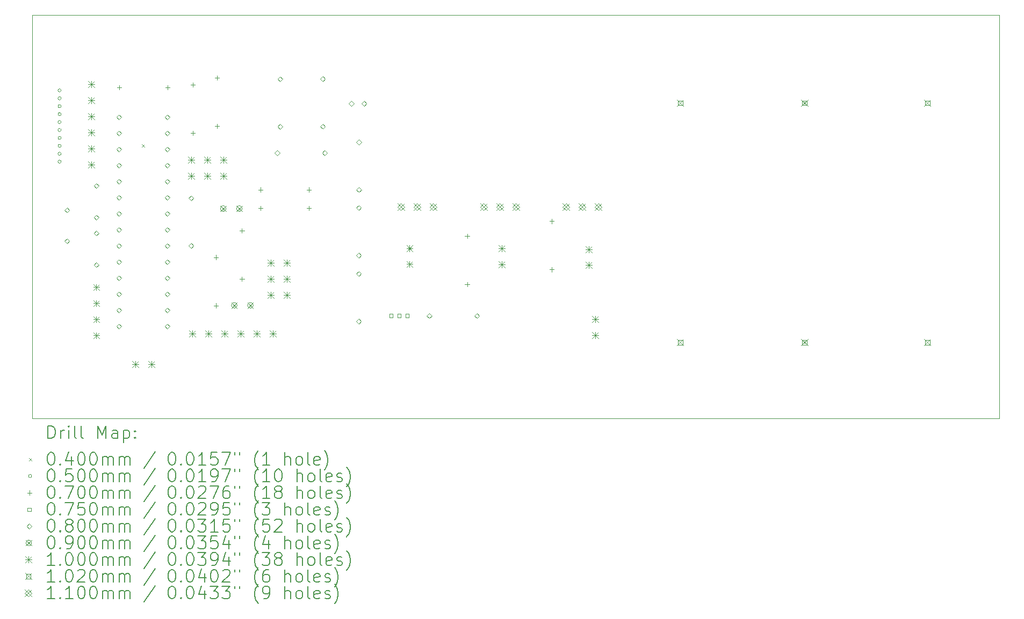
<source format=gbr>
%TF.GenerationSoftware,KiCad,Pcbnew,(6.0.7)*%
%TF.CreationDate,2022-10-24T19:11:27-05:00*%
%TF.ProjectId,cut down control board,63757420-646f-4776-9e20-636f6e74726f,1*%
%TF.SameCoordinates,Original*%
%TF.FileFunction,Drillmap*%
%TF.FilePolarity,Positive*%
%FSLAX45Y45*%
G04 Gerber Fmt 4.5, Leading zero omitted, Abs format (unit mm)*
G04 Created by KiCad (PCBNEW (6.0.7)) date 2022-10-24 19:11:27*
%MOMM*%
%LPD*%
G01*
G04 APERTURE LIST*
%ADD10C,0.100000*%
%ADD11C,0.200000*%
%ADD12C,0.040000*%
%ADD13C,0.050000*%
%ADD14C,0.070000*%
%ADD15C,0.075000*%
%ADD16C,0.080000*%
%ADD17C,0.090000*%
%ADD18C,0.102000*%
%ADD19C,0.110000*%
G04 APERTURE END LIST*
D10*
X7558119Y-6779038D02*
X22800403Y-6779038D01*
X22800403Y-6779038D02*
X22800403Y-13144880D01*
X22800403Y-13144880D02*
X7558119Y-13144880D01*
X7558119Y-13144880D02*
X7558119Y-6779038D01*
D11*
D12*
X9288619Y-8821877D02*
X9328619Y-8861877D01*
X9328619Y-8821877D02*
X9288619Y-8861877D01*
D13*
X8016877Y-7967529D02*
G75*
G03*
X8016877Y-7967529I-25000J0D01*
G01*
X8016877Y-8092529D02*
G75*
G03*
X8016877Y-8092529I-25000J0D01*
G01*
X8016877Y-8217529D02*
G75*
G03*
X8016877Y-8217529I-25000J0D01*
G01*
X8016877Y-8342529D02*
G75*
G03*
X8016877Y-8342529I-25000J0D01*
G01*
X8016877Y-8467529D02*
G75*
G03*
X8016877Y-8467529I-25000J0D01*
G01*
X8016877Y-8592529D02*
G75*
G03*
X8016877Y-8592529I-25000J0D01*
G01*
X8016877Y-8717529D02*
G75*
G03*
X8016877Y-8717529I-25000J0D01*
G01*
X8016877Y-8842529D02*
G75*
G03*
X8016877Y-8842529I-25000J0D01*
G01*
X8016877Y-8967529D02*
G75*
G03*
X8016877Y-8967529I-25000J0D01*
G01*
X8016877Y-9092529D02*
G75*
G03*
X8016877Y-9092529I-25000J0D01*
G01*
D14*
X8930993Y-7885744D02*
X8930993Y-7955744D01*
X8895993Y-7920744D02*
X8965993Y-7920744D01*
X9692993Y-7885744D02*
X9692993Y-7955744D01*
X9657993Y-7920744D02*
X9727993Y-7920744D01*
X10090654Y-7845833D02*
X10090654Y-7915833D01*
X10055654Y-7880833D02*
X10125654Y-7880833D01*
X10090654Y-8607833D02*
X10090654Y-8677833D01*
X10055654Y-8642833D02*
X10125654Y-8642833D01*
X10458374Y-10565734D02*
X10458374Y-10635734D01*
X10423374Y-10600734D02*
X10493374Y-10600734D01*
X10458374Y-11327734D02*
X10458374Y-11397734D01*
X10423374Y-11362734D02*
X10493374Y-11362734D01*
X10475470Y-7732271D02*
X10475470Y-7802271D01*
X10440470Y-7767271D02*
X10510470Y-7767271D01*
X10475470Y-8494271D02*
X10475470Y-8564271D01*
X10440470Y-8529271D02*
X10510470Y-8529271D01*
X10866791Y-10145332D02*
X10866791Y-10215332D01*
X10831791Y-10180332D02*
X10901791Y-10180332D01*
X10866791Y-10907332D02*
X10866791Y-10977332D01*
X10831791Y-10942332D02*
X10901791Y-10942332D01*
X11158861Y-9499536D02*
X11158861Y-9569536D01*
X11123861Y-9534536D02*
X11193861Y-9534536D01*
X11160207Y-9790514D02*
X11160207Y-9860514D01*
X11125207Y-9825514D02*
X11195207Y-9825514D01*
X11920861Y-9499536D02*
X11920861Y-9569536D01*
X11885861Y-9534536D02*
X11955861Y-9534536D01*
X11922207Y-9790514D02*
X11922207Y-9860514D01*
X11887207Y-9825514D02*
X11957207Y-9825514D01*
X14416006Y-10229058D02*
X14416006Y-10299058D01*
X14381006Y-10264058D02*
X14451006Y-10264058D01*
X14416006Y-10991058D02*
X14416006Y-11061058D01*
X14381006Y-11026058D02*
X14451006Y-11026058D01*
X15748000Y-9998000D02*
X15748000Y-10068000D01*
X15713000Y-10033000D02*
X15783000Y-10033000D01*
X15748000Y-10760000D02*
X15748000Y-10830000D01*
X15713000Y-10795000D02*
X15783000Y-10795000D01*
D15*
X13243865Y-11549364D02*
X13243865Y-11496330D01*
X13190832Y-11496330D01*
X13190832Y-11549364D01*
X13243865Y-11549364D01*
X13370865Y-11549364D02*
X13370865Y-11496330D01*
X13317832Y-11496330D01*
X13317832Y-11549364D01*
X13370865Y-11549364D01*
X13497865Y-11549364D02*
X13497865Y-11496330D01*
X13444832Y-11496330D01*
X13444832Y-11549364D01*
X13497865Y-11549364D01*
D16*
X8109651Y-9896218D02*
X8149651Y-9856218D01*
X8109651Y-9816218D01*
X8069651Y-9856218D01*
X8109651Y-9896218D01*
X8109651Y-10384218D02*
X8149651Y-10344218D01*
X8109651Y-10304218D01*
X8069651Y-10344218D01*
X8109651Y-10384218D01*
X8571643Y-9513848D02*
X8611643Y-9473848D01*
X8571643Y-9433848D01*
X8531643Y-9473848D01*
X8571643Y-9513848D01*
X8571643Y-10013848D02*
X8611643Y-9973848D01*
X8571643Y-9933848D01*
X8531643Y-9973848D01*
X8571643Y-10013848D01*
X8572796Y-10261081D02*
X8612796Y-10221081D01*
X8572796Y-10181081D01*
X8532796Y-10221081D01*
X8572796Y-10261081D01*
X8572796Y-10761081D02*
X8612796Y-10721081D01*
X8572796Y-10681081D01*
X8532796Y-10721081D01*
X8572796Y-10761081D01*
X8926579Y-8428590D02*
X8966579Y-8388590D01*
X8926579Y-8348590D01*
X8886579Y-8388590D01*
X8926579Y-8428590D01*
X8926579Y-8682590D02*
X8966579Y-8642590D01*
X8926579Y-8602590D01*
X8886579Y-8642590D01*
X8926579Y-8682590D01*
X8926579Y-8936590D02*
X8966579Y-8896590D01*
X8926579Y-8856590D01*
X8886579Y-8896590D01*
X8926579Y-8936590D01*
X8926579Y-9190590D02*
X8966579Y-9150590D01*
X8926579Y-9110590D01*
X8886579Y-9150590D01*
X8926579Y-9190590D01*
X8926579Y-9444590D02*
X8966579Y-9404590D01*
X8926579Y-9364590D01*
X8886579Y-9404590D01*
X8926579Y-9444590D01*
X8926579Y-9698590D02*
X8966579Y-9658590D01*
X8926579Y-9618590D01*
X8886579Y-9658590D01*
X8926579Y-9698590D01*
X8926579Y-9952590D02*
X8966579Y-9912590D01*
X8926579Y-9872590D01*
X8886579Y-9912590D01*
X8926579Y-9952590D01*
X8926579Y-10206590D02*
X8966579Y-10166590D01*
X8926579Y-10126590D01*
X8886579Y-10166590D01*
X8926579Y-10206590D01*
X8926579Y-10460590D02*
X8966579Y-10420590D01*
X8926579Y-10380590D01*
X8886579Y-10420590D01*
X8926579Y-10460590D01*
X8926579Y-10714590D02*
X8966579Y-10674590D01*
X8926579Y-10634590D01*
X8886579Y-10674590D01*
X8926579Y-10714590D01*
X8926579Y-10968590D02*
X8966579Y-10928590D01*
X8926579Y-10888590D01*
X8886579Y-10928590D01*
X8926579Y-10968590D01*
X8926579Y-11222590D02*
X8966579Y-11182590D01*
X8926579Y-11142590D01*
X8886579Y-11182590D01*
X8926579Y-11222590D01*
X8926579Y-11476590D02*
X8966579Y-11436590D01*
X8926579Y-11396590D01*
X8886579Y-11436590D01*
X8926579Y-11476590D01*
X8926579Y-11730590D02*
X8966579Y-11690590D01*
X8926579Y-11650590D01*
X8886579Y-11690590D01*
X8926579Y-11730590D01*
X9688579Y-8428590D02*
X9728579Y-8388590D01*
X9688579Y-8348590D01*
X9648579Y-8388590D01*
X9688579Y-8428590D01*
X9688579Y-8682590D02*
X9728579Y-8642590D01*
X9688579Y-8602590D01*
X9648579Y-8642590D01*
X9688579Y-8682590D01*
X9688579Y-8936590D02*
X9728579Y-8896590D01*
X9688579Y-8856590D01*
X9648579Y-8896590D01*
X9688579Y-8936590D01*
X9688579Y-9190590D02*
X9728579Y-9150590D01*
X9688579Y-9110590D01*
X9648579Y-9150590D01*
X9688579Y-9190590D01*
X9688579Y-9444590D02*
X9728579Y-9404590D01*
X9688579Y-9364590D01*
X9648579Y-9404590D01*
X9688579Y-9444590D01*
X9688579Y-9698590D02*
X9728579Y-9658590D01*
X9688579Y-9618590D01*
X9648579Y-9658590D01*
X9688579Y-9698590D01*
X9688579Y-9952590D02*
X9728579Y-9912590D01*
X9688579Y-9872590D01*
X9648579Y-9912590D01*
X9688579Y-9952590D01*
X9688579Y-10206590D02*
X9728579Y-10166590D01*
X9688579Y-10126590D01*
X9648579Y-10166590D01*
X9688579Y-10206590D01*
X9688579Y-10460590D02*
X9728579Y-10420590D01*
X9688579Y-10380590D01*
X9648579Y-10420590D01*
X9688579Y-10460590D01*
X9688579Y-10714590D02*
X9728579Y-10674590D01*
X9688579Y-10634590D01*
X9648579Y-10674590D01*
X9688579Y-10714590D01*
X9688579Y-10968590D02*
X9728579Y-10928590D01*
X9688579Y-10888590D01*
X9648579Y-10928590D01*
X9688579Y-10968590D01*
X9688579Y-11222590D02*
X9728579Y-11182590D01*
X9688579Y-11142590D01*
X9648579Y-11182590D01*
X9688579Y-11222590D01*
X9688579Y-11476590D02*
X9728579Y-11436590D01*
X9688579Y-11396590D01*
X9648579Y-11436590D01*
X9688579Y-11476590D01*
X9688579Y-11730590D02*
X9728579Y-11690590D01*
X9688579Y-11650590D01*
X9648579Y-11690590D01*
X9688579Y-11730590D01*
X10064387Y-9707200D02*
X10104387Y-9667200D01*
X10064387Y-9627200D01*
X10024387Y-9667200D01*
X10064387Y-9707200D01*
X10064387Y-10457200D02*
X10104387Y-10417200D01*
X10064387Y-10377200D01*
X10024387Y-10417200D01*
X10064387Y-10457200D01*
X11421344Y-8992850D02*
X11461344Y-8952850D01*
X11421344Y-8912850D01*
X11381344Y-8952850D01*
X11421344Y-8992850D01*
X11466953Y-7829358D02*
X11506953Y-7789358D01*
X11466953Y-7749358D01*
X11426953Y-7789358D01*
X11466953Y-7829358D01*
X11466953Y-8579358D02*
X11506953Y-8539358D01*
X11466953Y-8499358D01*
X11426953Y-8539358D01*
X11466953Y-8579358D01*
X12139390Y-7825945D02*
X12179390Y-7785945D01*
X12139390Y-7745945D01*
X12099390Y-7785945D01*
X12139390Y-7825945D01*
X12139390Y-8575945D02*
X12179390Y-8535945D01*
X12139390Y-8495945D01*
X12099390Y-8535945D01*
X12139390Y-8575945D01*
X12171344Y-8992850D02*
X12211344Y-8952850D01*
X12171344Y-8912850D01*
X12131344Y-8952850D01*
X12171344Y-8992850D01*
X12589957Y-8214598D02*
X12629957Y-8174598D01*
X12589957Y-8134598D01*
X12549957Y-8174598D01*
X12589957Y-8214598D01*
X12705120Y-9861358D02*
X12745120Y-9821358D01*
X12705120Y-9781358D01*
X12665120Y-9821358D01*
X12705120Y-9861358D01*
X12705120Y-10611358D02*
X12745120Y-10571358D01*
X12705120Y-10531358D01*
X12665120Y-10571358D01*
X12705120Y-10611358D01*
X12705729Y-10900612D02*
X12745729Y-10860612D01*
X12705729Y-10820612D01*
X12665729Y-10860612D01*
X12705729Y-10900612D01*
X12705729Y-11650612D02*
X12745729Y-11610612D01*
X12705729Y-11570612D01*
X12665729Y-11610612D01*
X12705729Y-11650612D01*
X12707848Y-8825944D02*
X12747848Y-8785944D01*
X12707848Y-8745944D01*
X12667848Y-8785944D01*
X12707848Y-8825944D01*
X12707848Y-9575944D02*
X12747848Y-9535944D01*
X12707848Y-9495944D01*
X12667848Y-9535944D01*
X12707848Y-9575944D01*
X12789957Y-8214598D02*
X12829957Y-8174598D01*
X12789957Y-8134598D01*
X12749957Y-8174598D01*
X12789957Y-8214598D01*
X13818823Y-11564592D02*
X13858823Y-11524592D01*
X13818823Y-11484592D01*
X13778823Y-11524592D01*
X13818823Y-11564592D01*
X14568823Y-11564592D02*
X14608823Y-11524592D01*
X14568823Y-11484592D01*
X14528823Y-11524592D01*
X14568823Y-11564592D01*
D17*
X10525279Y-9788146D02*
X10615279Y-9878146D01*
X10615279Y-9788146D02*
X10525279Y-9878146D01*
X10615279Y-9833146D02*
G75*
G03*
X10615279Y-9833146I-45000J0D01*
G01*
X10701211Y-11315026D02*
X10791211Y-11405026D01*
X10791211Y-11315026D02*
X10701211Y-11405026D01*
X10791211Y-11360026D02*
G75*
G03*
X10791211Y-11360026I-45000J0D01*
G01*
X10779279Y-9788146D02*
X10869279Y-9878146D01*
X10869279Y-9788146D02*
X10779279Y-9878146D01*
X10869279Y-9833146D02*
G75*
G03*
X10869279Y-9833146I-45000J0D01*
G01*
X10955211Y-11315026D02*
X11045211Y-11405026D01*
X11045211Y-11315026D02*
X10955211Y-11405026D01*
X11045211Y-11360026D02*
G75*
G03*
X11045211Y-11360026I-45000J0D01*
G01*
D10*
X8443932Y-7821951D02*
X8543932Y-7921951D01*
X8543932Y-7821951D02*
X8443932Y-7921951D01*
X8493932Y-7821951D02*
X8493932Y-7921951D01*
X8443932Y-7871951D02*
X8543932Y-7871951D01*
X8443932Y-8075951D02*
X8543932Y-8175951D01*
X8543932Y-8075951D02*
X8443932Y-8175951D01*
X8493932Y-8075951D02*
X8493932Y-8175951D01*
X8443932Y-8125951D02*
X8543932Y-8125951D01*
X8443932Y-8329951D02*
X8543932Y-8429951D01*
X8543932Y-8329951D02*
X8443932Y-8429951D01*
X8493932Y-8329951D02*
X8493932Y-8429951D01*
X8443932Y-8379951D02*
X8543932Y-8379951D01*
X8443932Y-8583951D02*
X8543932Y-8683951D01*
X8543932Y-8583951D02*
X8443932Y-8683951D01*
X8493932Y-8583951D02*
X8493932Y-8683951D01*
X8443932Y-8633951D02*
X8543932Y-8633951D01*
X8443932Y-8837951D02*
X8543932Y-8937951D01*
X8543932Y-8837951D02*
X8443932Y-8937951D01*
X8493932Y-8837951D02*
X8493932Y-8937951D01*
X8443932Y-8887951D02*
X8543932Y-8887951D01*
X8443932Y-9091951D02*
X8543932Y-9191951D01*
X8543932Y-9091951D02*
X8443932Y-9191951D01*
X8493932Y-9091951D02*
X8493932Y-9191951D01*
X8443932Y-9141951D02*
X8543932Y-9141951D01*
X8522363Y-11024187D02*
X8622363Y-11124187D01*
X8622363Y-11024187D02*
X8522363Y-11124187D01*
X8572363Y-11024187D02*
X8572363Y-11124187D01*
X8522363Y-11074187D02*
X8622363Y-11074187D01*
X8522363Y-11278187D02*
X8622363Y-11378187D01*
X8622363Y-11278187D02*
X8522363Y-11378187D01*
X8572363Y-11278187D02*
X8572363Y-11378187D01*
X8522363Y-11328187D02*
X8622363Y-11328187D01*
X8522363Y-11532187D02*
X8622363Y-11632187D01*
X8622363Y-11532187D02*
X8522363Y-11632187D01*
X8572363Y-11532187D02*
X8572363Y-11632187D01*
X8522363Y-11582187D02*
X8622363Y-11582187D01*
X8522363Y-11786187D02*
X8622363Y-11886187D01*
X8622363Y-11786187D02*
X8522363Y-11886187D01*
X8572363Y-11786187D02*
X8572363Y-11886187D01*
X8522363Y-11836187D02*
X8622363Y-11836187D01*
X9139474Y-12236278D02*
X9239474Y-12336278D01*
X9239474Y-12236278D02*
X9139474Y-12336278D01*
X9189474Y-12236278D02*
X9189474Y-12336278D01*
X9139474Y-12286278D02*
X9239474Y-12286278D01*
X9389474Y-12236278D02*
X9489474Y-12336278D01*
X9489474Y-12236278D02*
X9389474Y-12336278D01*
X9439474Y-12236278D02*
X9439474Y-12336278D01*
X9389474Y-12286278D02*
X9489474Y-12286278D01*
X10015279Y-9013488D02*
X10115279Y-9113488D01*
X10115279Y-9013488D02*
X10015279Y-9113488D01*
X10065279Y-9013488D02*
X10065279Y-9113488D01*
X10015279Y-9063488D02*
X10115279Y-9063488D01*
X10015279Y-9267488D02*
X10115279Y-9367488D01*
X10115279Y-9267488D02*
X10015279Y-9367488D01*
X10065279Y-9267488D02*
X10065279Y-9367488D01*
X10015279Y-9317488D02*
X10115279Y-9317488D01*
X10036871Y-11759183D02*
X10136871Y-11859183D01*
X10136871Y-11759183D02*
X10036871Y-11859183D01*
X10086871Y-11759183D02*
X10086871Y-11859183D01*
X10036871Y-11809183D02*
X10136871Y-11809183D01*
X10269279Y-9013488D02*
X10369279Y-9113488D01*
X10369279Y-9013488D02*
X10269279Y-9113488D01*
X10319279Y-9013488D02*
X10319279Y-9113488D01*
X10269279Y-9063488D02*
X10369279Y-9063488D01*
X10269279Y-9267488D02*
X10369279Y-9367488D01*
X10369279Y-9267488D02*
X10269279Y-9367488D01*
X10319279Y-9267488D02*
X10319279Y-9367488D01*
X10269279Y-9317488D02*
X10369279Y-9317488D01*
X10290871Y-11759183D02*
X10390871Y-11859183D01*
X10390871Y-11759183D02*
X10290871Y-11859183D01*
X10340871Y-11759183D02*
X10340871Y-11859183D01*
X10290871Y-11809183D02*
X10390871Y-11809183D01*
X10523279Y-9013488D02*
X10623279Y-9113488D01*
X10623279Y-9013488D02*
X10523279Y-9113488D01*
X10573279Y-9013488D02*
X10573279Y-9113488D01*
X10523279Y-9063488D02*
X10623279Y-9063488D01*
X10523279Y-9267488D02*
X10623279Y-9367488D01*
X10623279Y-9267488D02*
X10523279Y-9367488D01*
X10573279Y-9267488D02*
X10573279Y-9367488D01*
X10523279Y-9317488D02*
X10623279Y-9317488D01*
X10544871Y-11759183D02*
X10644871Y-11859183D01*
X10644871Y-11759183D02*
X10544871Y-11859183D01*
X10594871Y-11759183D02*
X10594871Y-11859183D01*
X10544871Y-11809183D02*
X10644871Y-11809183D01*
X10798871Y-11759183D02*
X10898871Y-11859183D01*
X10898871Y-11759183D02*
X10798871Y-11859183D01*
X10848871Y-11759183D02*
X10848871Y-11859183D01*
X10798871Y-11809183D02*
X10898871Y-11809183D01*
X11052871Y-11759183D02*
X11152871Y-11859183D01*
X11152871Y-11759183D02*
X11052871Y-11859183D01*
X11102871Y-11759183D02*
X11102871Y-11859183D01*
X11052871Y-11809183D02*
X11152871Y-11809183D01*
X11269918Y-10637886D02*
X11369918Y-10737886D01*
X11369918Y-10637886D02*
X11269918Y-10737886D01*
X11319918Y-10637886D02*
X11319918Y-10737886D01*
X11269918Y-10687886D02*
X11369918Y-10687886D01*
X11269918Y-10891886D02*
X11369918Y-10991886D01*
X11369918Y-10891886D02*
X11269918Y-10991886D01*
X11319918Y-10891886D02*
X11319918Y-10991886D01*
X11269918Y-10941886D02*
X11369918Y-10941886D01*
X11269918Y-11145886D02*
X11369918Y-11245886D01*
X11369918Y-11145886D02*
X11269918Y-11245886D01*
X11319918Y-11145886D02*
X11319918Y-11245886D01*
X11269918Y-11195886D02*
X11369918Y-11195886D01*
X11306871Y-11759183D02*
X11406871Y-11859183D01*
X11406871Y-11759183D02*
X11306871Y-11859183D01*
X11356871Y-11759183D02*
X11356871Y-11859183D01*
X11306871Y-11809183D02*
X11406871Y-11809183D01*
X11523918Y-10637886D02*
X11623918Y-10737886D01*
X11623918Y-10637886D02*
X11523918Y-10737886D01*
X11573918Y-10637886D02*
X11573918Y-10737886D01*
X11523918Y-10687886D02*
X11623918Y-10687886D01*
X11523918Y-10891886D02*
X11623918Y-10991886D01*
X11623918Y-10891886D02*
X11523918Y-10991886D01*
X11573918Y-10891886D02*
X11573918Y-10991886D01*
X11523918Y-10941886D02*
X11623918Y-10941886D01*
X11523918Y-11145886D02*
X11623918Y-11245886D01*
X11623918Y-11145886D02*
X11523918Y-11245886D01*
X11573918Y-11145886D02*
X11573918Y-11245886D01*
X11523918Y-11195886D02*
X11623918Y-11195886D01*
X13458857Y-10409814D02*
X13558857Y-10509814D01*
X13558857Y-10409814D02*
X13458857Y-10509814D01*
X13508857Y-10409814D02*
X13508857Y-10509814D01*
X13458857Y-10459814D02*
X13558857Y-10459814D01*
X13458857Y-10659814D02*
X13558857Y-10759814D01*
X13558857Y-10659814D02*
X13458857Y-10759814D01*
X13508857Y-10659814D02*
X13508857Y-10759814D01*
X13458857Y-10709814D02*
X13558857Y-10709814D01*
X14909995Y-10413922D02*
X15009995Y-10513922D01*
X15009995Y-10413922D02*
X14909995Y-10513922D01*
X14959995Y-10413922D02*
X14959995Y-10513922D01*
X14909995Y-10463922D02*
X15009995Y-10463922D01*
X14909995Y-10663922D02*
X15009995Y-10763922D01*
X15009995Y-10663922D02*
X14909995Y-10763922D01*
X14959995Y-10663922D02*
X14959995Y-10763922D01*
X14909995Y-10713922D02*
X15009995Y-10713922D01*
X16280191Y-10426102D02*
X16380191Y-10526102D01*
X16380191Y-10426102D02*
X16280191Y-10526102D01*
X16330191Y-10426102D02*
X16330191Y-10526102D01*
X16280191Y-10476102D02*
X16380191Y-10476102D01*
X16280191Y-10676102D02*
X16380191Y-10776102D01*
X16380191Y-10676102D02*
X16280191Y-10776102D01*
X16330191Y-10676102D02*
X16330191Y-10776102D01*
X16280191Y-10726102D02*
X16380191Y-10726102D01*
X16385191Y-11531758D02*
X16485191Y-11631758D01*
X16485191Y-11531758D02*
X16385191Y-11631758D01*
X16435191Y-11531758D02*
X16435191Y-11631758D01*
X16385191Y-11581758D02*
X16485191Y-11581758D01*
X16385191Y-11781758D02*
X16485191Y-11881758D01*
X16485191Y-11781758D02*
X16385191Y-11881758D01*
X16435191Y-11781758D02*
X16435191Y-11881758D01*
X16385191Y-11831758D02*
X16485191Y-11831758D01*
D18*
X17723532Y-8113921D02*
X17825532Y-8215921D01*
X17825532Y-8113921D02*
X17723532Y-8215921D01*
X17810595Y-8200984D02*
X17810595Y-8128859D01*
X17738469Y-8128859D01*
X17738469Y-8200984D01*
X17810595Y-8200984D01*
X17723532Y-11893921D02*
X17825532Y-11995921D01*
X17825532Y-11893921D02*
X17723532Y-11995921D01*
X17810595Y-11980984D02*
X17810595Y-11908859D01*
X17738469Y-11908859D01*
X17738469Y-11980984D01*
X17810595Y-11980984D01*
X19681032Y-8113613D02*
X19783032Y-8215613D01*
X19783032Y-8113613D02*
X19681032Y-8215613D01*
X19768095Y-8200676D02*
X19768095Y-8128551D01*
X19695969Y-8128551D01*
X19695969Y-8200676D01*
X19768095Y-8200676D01*
X19681032Y-11893613D02*
X19783032Y-11995613D01*
X19783032Y-11893613D02*
X19681032Y-11995613D01*
X19768095Y-11980676D02*
X19768095Y-11908551D01*
X19695969Y-11908551D01*
X19695969Y-11980676D01*
X19768095Y-11980676D01*
X21619775Y-8113921D02*
X21721775Y-8215921D01*
X21721775Y-8113921D02*
X21619775Y-8215921D01*
X21706838Y-8200984D02*
X21706838Y-8128859D01*
X21634713Y-8128859D01*
X21634713Y-8200984D01*
X21706838Y-8200984D01*
X21619775Y-11893921D02*
X21721775Y-11995921D01*
X21721775Y-11893921D02*
X21619775Y-11995921D01*
X21706838Y-11980984D02*
X21706838Y-11908859D01*
X21634713Y-11908859D01*
X21634713Y-11980984D01*
X21706838Y-11980984D01*
D19*
X13317986Y-9753424D02*
X13427986Y-9863424D01*
X13427986Y-9753424D02*
X13317986Y-9863424D01*
X13372986Y-9863424D02*
X13427986Y-9808424D01*
X13372986Y-9753424D01*
X13317986Y-9808424D01*
X13372986Y-9863424D01*
X13571986Y-9753424D02*
X13681986Y-9863424D01*
X13681986Y-9753424D02*
X13571986Y-9863424D01*
X13626986Y-9863424D02*
X13681986Y-9808424D01*
X13626986Y-9753424D01*
X13571986Y-9808424D01*
X13626986Y-9863424D01*
X13825986Y-9753424D02*
X13935986Y-9863424D01*
X13935986Y-9753424D02*
X13825986Y-9863424D01*
X13880986Y-9863424D02*
X13935986Y-9808424D01*
X13880986Y-9753424D01*
X13825986Y-9808424D01*
X13880986Y-9863424D01*
X14620679Y-9753424D02*
X14730679Y-9863424D01*
X14730679Y-9753424D02*
X14620679Y-9863424D01*
X14675679Y-9863424D02*
X14730679Y-9808424D01*
X14675679Y-9753424D01*
X14620679Y-9808424D01*
X14675679Y-9863424D01*
X14874679Y-9753424D02*
X14984679Y-9863424D01*
X14984679Y-9753424D02*
X14874679Y-9863424D01*
X14929679Y-9863424D02*
X14984679Y-9808424D01*
X14929679Y-9753424D01*
X14874679Y-9808424D01*
X14929679Y-9863424D01*
X15128679Y-9753424D02*
X15238679Y-9863424D01*
X15238679Y-9753424D02*
X15128679Y-9863424D01*
X15183679Y-9863424D02*
X15238679Y-9808424D01*
X15183679Y-9753424D01*
X15128679Y-9808424D01*
X15183679Y-9863424D01*
X15920373Y-9753424D02*
X16030373Y-9863424D01*
X16030373Y-9753424D02*
X15920373Y-9863424D01*
X15975373Y-9863424D02*
X16030373Y-9808424D01*
X15975373Y-9753424D01*
X15920373Y-9808424D01*
X15975373Y-9863424D01*
X16174373Y-9753424D02*
X16284373Y-9863424D01*
X16284373Y-9753424D02*
X16174373Y-9863424D01*
X16229373Y-9863424D02*
X16284373Y-9808424D01*
X16229373Y-9753424D01*
X16174373Y-9808424D01*
X16229373Y-9863424D01*
X16428373Y-9753424D02*
X16538373Y-9863424D01*
X16538373Y-9753424D02*
X16428373Y-9863424D01*
X16483373Y-9863424D02*
X16538373Y-9808424D01*
X16483373Y-9753424D01*
X16428373Y-9808424D01*
X16483373Y-9863424D01*
D11*
X7810738Y-13460356D02*
X7810738Y-13260356D01*
X7858357Y-13260356D01*
X7886928Y-13269880D01*
X7905976Y-13288928D01*
X7915500Y-13307975D01*
X7925024Y-13346070D01*
X7925024Y-13374642D01*
X7915500Y-13412737D01*
X7905976Y-13431785D01*
X7886928Y-13450832D01*
X7858357Y-13460356D01*
X7810738Y-13460356D01*
X8010738Y-13460356D02*
X8010738Y-13327023D01*
X8010738Y-13365118D02*
X8020262Y-13346070D01*
X8029785Y-13336547D01*
X8048833Y-13327023D01*
X8067881Y-13327023D01*
X8134547Y-13460356D02*
X8134547Y-13327023D01*
X8134547Y-13260356D02*
X8125024Y-13269880D01*
X8134547Y-13279404D01*
X8144071Y-13269880D01*
X8134547Y-13260356D01*
X8134547Y-13279404D01*
X8258357Y-13460356D02*
X8239309Y-13450832D01*
X8229785Y-13431785D01*
X8229785Y-13260356D01*
X8363119Y-13460356D02*
X8344071Y-13450832D01*
X8334547Y-13431785D01*
X8334547Y-13260356D01*
X8591690Y-13460356D02*
X8591690Y-13260356D01*
X8658357Y-13403213D01*
X8725024Y-13260356D01*
X8725024Y-13460356D01*
X8905976Y-13460356D02*
X8905976Y-13355594D01*
X8896452Y-13336547D01*
X8877405Y-13327023D01*
X8839309Y-13327023D01*
X8820262Y-13336547D01*
X8905976Y-13450832D02*
X8886928Y-13460356D01*
X8839309Y-13460356D01*
X8820262Y-13450832D01*
X8810738Y-13431785D01*
X8810738Y-13412737D01*
X8820262Y-13393690D01*
X8839309Y-13384166D01*
X8886928Y-13384166D01*
X8905976Y-13374642D01*
X9001214Y-13327023D02*
X9001214Y-13527023D01*
X9001214Y-13336547D02*
X9020262Y-13327023D01*
X9058357Y-13327023D01*
X9077405Y-13336547D01*
X9086928Y-13346070D01*
X9096452Y-13365118D01*
X9096452Y-13422261D01*
X9086928Y-13441309D01*
X9077405Y-13450832D01*
X9058357Y-13460356D01*
X9020262Y-13460356D01*
X9001214Y-13450832D01*
X9182167Y-13441309D02*
X9191690Y-13450832D01*
X9182167Y-13460356D01*
X9172643Y-13450832D01*
X9182167Y-13441309D01*
X9182167Y-13460356D01*
X9182167Y-13336547D02*
X9191690Y-13346070D01*
X9182167Y-13355594D01*
X9172643Y-13346070D01*
X9182167Y-13336547D01*
X9182167Y-13355594D01*
D12*
X7513119Y-13769880D02*
X7553119Y-13809880D01*
X7553119Y-13769880D02*
X7513119Y-13809880D01*
D11*
X7848833Y-13680356D02*
X7867881Y-13680356D01*
X7886928Y-13689880D01*
X7896452Y-13699404D01*
X7905976Y-13718451D01*
X7915500Y-13756547D01*
X7915500Y-13804166D01*
X7905976Y-13842261D01*
X7896452Y-13861309D01*
X7886928Y-13870832D01*
X7867881Y-13880356D01*
X7848833Y-13880356D01*
X7829785Y-13870832D01*
X7820262Y-13861309D01*
X7810738Y-13842261D01*
X7801214Y-13804166D01*
X7801214Y-13756547D01*
X7810738Y-13718451D01*
X7820262Y-13699404D01*
X7829785Y-13689880D01*
X7848833Y-13680356D01*
X8001214Y-13861309D02*
X8010738Y-13870832D01*
X8001214Y-13880356D01*
X7991690Y-13870832D01*
X8001214Y-13861309D01*
X8001214Y-13880356D01*
X8182166Y-13747023D02*
X8182166Y-13880356D01*
X8134547Y-13670832D02*
X8086928Y-13813690D01*
X8210738Y-13813690D01*
X8325024Y-13680356D02*
X8344071Y-13680356D01*
X8363119Y-13689880D01*
X8372643Y-13699404D01*
X8382166Y-13718451D01*
X8391690Y-13756547D01*
X8391690Y-13804166D01*
X8382166Y-13842261D01*
X8372643Y-13861309D01*
X8363119Y-13870832D01*
X8344071Y-13880356D01*
X8325024Y-13880356D01*
X8305976Y-13870832D01*
X8296452Y-13861309D01*
X8286928Y-13842261D01*
X8277405Y-13804166D01*
X8277405Y-13756547D01*
X8286928Y-13718451D01*
X8296452Y-13699404D01*
X8305976Y-13689880D01*
X8325024Y-13680356D01*
X8515500Y-13680356D02*
X8534547Y-13680356D01*
X8553595Y-13689880D01*
X8563119Y-13699404D01*
X8572643Y-13718451D01*
X8582167Y-13756547D01*
X8582167Y-13804166D01*
X8572643Y-13842261D01*
X8563119Y-13861309D01*
X8553595Y-13870832D01*
X8534547Y-13880356D01*
X8515500Y-13880356D01*
X8496452Y-13870832D01*
X8486928Y-13861309D01*
X8477405Y-13842261D01*
X8467881Y-13804166D01*
X8467881Y-13756547D01*
X8477405Y-13718451D01*
X8486928Y-13699404D01*
X8496452Y-13689880D01*
X8515500Y-13680356D01*
X8667881Y-13880356D02*
X8667881Y-13747023D01*
X8667881Y-13766070D02*
X8677405Y-13756547D01*
X8696452Y-13747023D01*
X8725024Y-13747023D01*
X8744071Y-13756547D01*
X8753595Y-13775594D01*
X8753595Y-13880356D01*
X8753595Y-13775594D02*
X8763119Y-13756547D01*
X8782167Y-13747023D01*
X8810738Y-13747023D01*
X8829786Y-13756547D01*
X8839309Y-13775594D01*
X8839309Y-13880356D01*
X8934547Y-13880356D02*
X8934547Y-13747023D01*
X8934547Y-13766070D02*
X8944071Y-13756547D01*
X8963119Y-13747023D01*
X8991690Y-13747023D01*
X9010738Y-13756547D01*
X9020262Y-13775594D01*
X9020262Y-13880356D01*
X9020262Y-13775594D02*
X9029786Y-13756547D01*
X9048833Y-13747023D01*
X9077405Y-13747023D01*
X9096452Y-13756547D01*
X9105976Y-13775594D01*
X9105976Y-13880356D01*
X9496452Y-13670832D02*
X9325024Y-13927975D01*
X9753595Y-13680356D02*
X9772643Y-13680356D01*
X9791690Y-13689880D01*
X9801214Y-13699404D01*
X9810738Y-13718451D01*
X9820262Y-13756547D01*
X9820262Y-13804166D01*
X9810738Y-13842261D01*
X9801214Y-13861309D01*
X9791690Y-13870832D01*
X9772643Y-13880356D01*
X9753595Y-13880356D01*
X9734547Y-13870832D01*
X9725024Y-13861309D01*
X9715500Y-13842261D01*
X9705976Y-13804166D01*
X9705976Y-13756547D01*
X9715500Y-13718451D01*
X9725024Y-13699404D01*
X9734547Y-13689880D01*
X9753595Y-13680356D01*
X9905976Y-13861309D02*
X9915500Y-13870832D01*
X9905976Y-13880356D01*
X9896452Y-13870832D01*
X9905976Y-13861309D01*
X9905976Y-13880356D01*
X10039309Y-13680356D02*
X10058357Y-13680356D01*
X10077405Y-13689880D01*
X10086928Y-13699404D01*
X10096452Y-13718451D01*
X10105976Y-13756547D01*
X10105976Y-13804166D01*
X10096452Y-13842261D01*
X10086928Y-13861309D01*
X10077405Y-13870832D01*
X10058357Y-13880356D01*
X10039309Y-13880356D01*
X10020262Y-13870832D01*
X10010738Y-13861309D01*
X10001214Y-13842261D01*
X9991690Y-13804166D01*
X9991690Y-13756547D01*
X10001214Y-13718451D01*
X10010738Y-13699404D01*
X10020262Y-13689880D01*
X10039309Y-13680356D01*
X10296452Y-13880356D02*
X10182167Y-13880356D01*
X10239309Y-13880356D02*
X10239309Y-13680356D01*
X10220262Y-13708928D01*
X10201214Y-13727975D01*
X10182167Y-13737499D01*
X10477405Y-13680356D02*
X10382167Y-13680356D01*
X10372643Y-13775594D01*
X10382167Y-13766070D01*
X10401214Y-13756547D01*
X10448833Y-13756547D01*
X10467881Y-13766070D01*
X10477405Y-13775594D01*
X10486928Y-13794642D01*
X10486928Y-13842261D01*
X10477405Y-13861309D01*
X10467881Y-13870832D01*
X10448833Y-13880356D01*
X10401214Y-13880356D01*
X10382167Y-13870832D01*
X10372643Y-13861309D01*
X10553595Y-13680356D02*
X10686928Y-13680356D01*
X10601214Y-13880356D01*
X10753595Y-13680356D02*
X10753595Y-13718451D01*
X10829786Y-13680356D02*
X10829786Y-13718451D01*
X11125024Y-13956547D02*
X11115500Y-13947023D01*
X11096452Y-13918451D01*
X11086928Y-13899404D01*
X11077405Y-13870832D01*
X11067881Y-13823213D01*
X11067881Y-13785118D01*
X11077405Y-13737499D01*
X11086928Y-13708928D01*
X11096452Y-13689880D01*
X11115500Y-13661309D01*
X11125024Y-13651785D01*
X11305976Y-13880356D02*
X11191690Y-13880356D01*
X11248833Y-13880356D02*
X11248833Y-13680356D01*
X11229785Y-13708928D01*
X11210738Y-13727975D01*
X11191690Y-13737499D01*
X11544071Y-13880356D02*
X11544071Y-13680356D01*
X11629785Y-13880356D02*
X11629785Y-13775594D01*
X11620262Y-13756547D01*
X11601214Y-13747023D01*
X11572643Y-13747023D01*
X11553595Y-13756547D01*
X11544071Y-13766070D01*
X11753595Y-13880356D02*
X11734547Y-13870832D01*
X11725024Y-13861309D01*
X11715500Y-13842261D01*
X11715500Y-13785118D01*
X11725024Y-13766070D01*
X11734547Y-13756547D01*
X11753595Y-13747023D01*
X11782166Y-13747023D01*
X11801214Y-13756547D01*
X11810738Y-13766070D01*
X11820262Y-13785118D01*
X11820262Y-13842261D01*
X11810738Y-13861309D01*
X11801214Y-13870832D01*
X11782166Y-13880356D01*
X11753595Y-13880356D01*
X11934547Y-13880356D02*
X11915500Y-13870832D01*
X11905976Y-13851785D01*
X11905976Y-13680356D01*
X12086928Y-13870832D02*
X12067881Y-13880356D01*
X12029785Y-13880356D01*
X12010738Y-13870832D01*
X12001214Y-13851785D01*
X12001214Y-13775594D01*
X12010738Y-13756547D01*
X12029785Y-13747023D01*
X12067881Y-13747023D01*
X12086928Y-13756547D01*
X12096452Y-13775594D01*
X12096452Y-13794642D01*
X12001214Y-13813690D01*
X12163119Y-13956547D02*
X12172643Y-13947023D01*
X12191690Y-13918451D01*
X12201214Y-13899404D01*
X12210738Y-13870832D01*
X12220262Y-13823213D01*
X12220262Y-13785118D01*
X12210738Y-13737499D01*
X12201214Y-13708928D01*
X12191690Y-13689880D01*
X12172643Y-13661309D01*
X12163119Y-13651785D01*
D13*
X7553119Y-14053880D02*
G75*
G03*
X7553119Y-14053880I-25000J0D01*
G01*
D11*
X7848833Y-13944356D02*
X7867881Y-13944356D01*
X7886928Y-13953880D01*
X7896452Y-13963404D01*
X7905976Y-13982451D01*
X7915500Y-14020547D01*
X7915500Y-14068166D01*
X7905976Y-14106261D01*
X7896452Y-14125309D01*
X7886928Y-14134832D01*
X7867881Y-14144356D01*
X7848833Y-14144356D01*
X7829785Y-14134832D01*
X7820262Y-14125309D01*
X7810738Y-14106261D01*
X7801214Y-14068166D01*
X7801214Y-14020547D01*
X7810738Y-13982451D01*
X7820262Y-13963404D01*
X7829785Y-13953880D01*
X7848833Y-13944356D01*
X8001214Y-14125309D02*
X8010738Y-14134832D01*
X8001214Y-14144356D01*
X7991690Y-14134832D01*
X8001214Y-14125309D01*
X8001214Y-14144356D01*
X8191690Y-13944356D02*
X8096452Y-13944356D01*
X8086928Y-14039594D01*
X8096452Y-14030070D01*
X8115500Y-14020547D01*
X8163119Y-14020547D01*
X8182166Y-14030070D01*
X8191690Y-14039594D01*
X8201214Y-14058642D01*
X8201214Y-14106261D01*
X8191690Y-14125309D01*
X8182166Y-14134832D01*
X8163119Y-14144356D01*
X8115500Y-14144356D01*
X8096452Y-14134832D01*
X8086928Y-14125309D01*
X8325024Y-13944356D02*
X8344071Y-13944356D01*
X8363119Y-13953880D01*
X8372643Y-13963404D01*
X8382166Y-13982451D01*
X8391690Y-14020547D01*
X8391690Y-14068166D01*
X8382166Y-14106261D01*
X8372643Y-14125309D01*
X8363119Y-14134832D01*
X8344071Y-14144356D01*
X8325024Y-14144356D01*
X8305976Y-14134832D01*
X8296452Y-14125309D01*
X8286928Y-14106261D01*
X8277405Y-14068166D01*
X8277405Y-14020547D01*
X8286928Y-13982451D01*
X8296452Y-13963404D01*
X8305976Y-13953880D01*
X8325024Y-13944356D01*
X8515500Y-13944356D02*
X8534547Y-13944356D01*
X8553595Y-13953880D01*
X8563119Y-13963404D01*
X8572643Y-13982451D01*
X8582167Y-14020547D01*
X8582167Y-14068166D01*
X8572643Y-14106261D01*
X8563119Y-14125309D01*
X8553595Y-14134832D01*
X8534547Y-14144356D01*
X8515500Y-14144356D01*
X8496452Y-14134832D01*
X8486928Y-14125309D01*
X8477405Y-14106261D01*
X8467881Y-14068166D01*
X8467881Y-14020547D01*
X8477405Y-13982451D01*
X8486928Y-13963404D01*
X8496452Y-13953880D01*
X8515500Y-13944356D01*
X8667881Y-14144356D02*
X8667881Y-14011023D01*
X8667881Y-14030070D02*
X8677405Y-14020547D01*
X8696452Y-14011023D01*
X8725024Y-14011023D01*
X8744071Y-14020547D01*
X8753595Y-14039594D01*
X8753595Y-14144356D01*
X8753595Y-14039594D02*
X8763119Y-14020547D01*
X8782167Y-14011023D01*
X8810738Y-14011023D01*
X8829786Y-14020547D01*
X8839309Y-14039594D01*
X8839309Y-14144356D01*
X8934547Y-14144356D02*
X8934547Y-14011023D01*
X8934547Y-14030070D02*
X8944071Y-14020547D01*
X8963119Y-14011023D01*
X8991690Y-14011023D01*
X9010738Y-14020547D01*
X9020262Y-14039594D01*
X9020262Y-14144356D01*
X9020262Y-14039594D02*
X9029786Y-14020547D01*
X9048833Y-14011023D01*
X9077405Y-14011023D01*
X9096452Y-14020547D01*
X9105976Y-14039594D01*
X9105976Y-14144356D01*
X9496452Y-13934832D02*
X9325024Y-14191975D01*
X9753595Y-13944356D02*
X9772643Y-13944356D01*
X9791690Y-13953880D01*
X9801214Y-13963404D01*
X9810738Y-13982451D01*
X9820262Y-14020547D01*
X9820262Y-14068166D01*
X9810738Y-14106261D01*
X9801214Y-14125309D01*
X9791690Y-14134832D01*
X9772643Y-14144356D01*
X9753595Y-14144356D01*
X9734547Y-14134832D01*
X9725024Y-14125309D01*
X9715500Y-14106261D01*
X9705976Y-14068166D01*
X9705976Y-14020547D01*
X9715500Y-13982451D01*
X9725024Y-13963404D01*
X9734547Y-13953880D01*
X9753595Y-13944356D01*
X9905976Y-14125309D02*
X9915500Y-14134832D01*
X9905976Y-14144356D01*
X9896452Y-14134832D01*
X9905976Y-14125309D01*
X9905976Y-14144356D01*
X10039309Y-13944356D02*
X10058357Y-13944356D01*
X10077405Y-13953880D01*
X10086928Y-13963404D01*
X10096452Y-13982451D01*
X10105976Y-14020547D01*
X10105976Y-14068166D01*
X10096452Y-14106261D01*
X10086928Y-14125309D01*
X10077405Y-14134832D01*
X10058357Y-14144356D01*
X10039309Y-14144356D01*
X10020262Y-14134832D01*
X10010738Y-14125309D01*
X10001214Y-14106261D01*
X9991690Y-14068166D01*
X9991690Y-14020547D01*
X10001214Y-13982451D01*
X10010738Y-13963404D01*
X10020262Y-13953880D01*
X10039309Y-13944356D01*
X10296452Y-14144356D02*
X10182167Y-14144356D01*
X10239309Y-14144356D02*
X10239309Y-13944356D01*
X10220262Y-13972928D01*
X10201214Y-13991975D01*
X10182167Y-14001499D01*
X10391690Y-14144356D02*
X10429786Y-14144356D01*
X10448833Y-14134832D01*
X10458357Y-14125309D01*
X10477405Y-14096737D01*
X10486928Y-14058642D01*
X10486928Y-13982451D01*
X10477405Y-13963404D01*
X10467881Y-13953880D01*
X10448833Y-13944356D01*
X10410738Y-13944356D01*
X10391690Y-13953880D01*
X10382167Y-13963404D01*
X10372643Y-13982451D01*
X10372643Y-14030070D01*
X10382167Y-14049118D01*
X10391690Y-14058642D01*
X10410738Y-14068166D01*
X10448833Y-14068166D01*
X10467881Y-14058642D01*
X10477405Y-14049118D01*
X10486928Y-14030070D01*
X10553595Y-13944356D02*
X10686928Y-13944356D01*
X10601214Y-14144356D01*
X10753595Y-13944356D02*
X10753595Y-13982451D01*
X10829786Y-13944356D02*
X10829786Y-13982451D01*
X11125024Y-14220547D02*
X11115500Y-14211023D01*
X11096452Y-14182451D01*
X11086928Y-14163404D01*
X11077405Y-14134832D01*
X11067881Y-14087213D01*
X11067881Y-14049118D01*
X11077405Y-14001499D01*
X11086928Y-13972928D01*
X11096452Y-13953880D01*
X11115500Y-13925309D01*
X11125024Y-13915785D01*
X11305976Y-14144356D02*
X11191690Y-14144356D01*
X11248833Y-14144356D02*
X11248833Y-13944356D01*
X11229785Y-13972928D01*
X11210738Y-13991975D01*
X11191690Y-14001499D01*
X11429785Y-13944356D02*
X11448833Y-13944356D01*
X11467881Y-13953880D01*
X11477405Y-13963404D01*
X11486928Y-13982451D01*
X11496452Y-14020547D01*
X11496452Y-14068166D01*
X11486928Y-14106261D01*
X11477405Y-14125309D01*
X11467881Y-14134832D01*
X11448833Y-14144356D01*
X11429785Y-14144356D01*
X11410738Y-14134832D01*
X11401214Y-14125309D01*
X11391690Y-14106261D01*
X11382166Y-14068166D01*
X11382166Y-14020547D01*
X11391690Y-13982451D01*
X11401214Y-13963404D01*
X11410738Y-13953880D01*
X11429785Y-13944356D01*
X11734547Y-14144356D02*
X11734547Y-13944356D01*
X11820262Y-14144356D02*
X11820262Y-14039594D01*
X11810738Y-14020547D01*
X11791690Y-14011023D01*
X11763119Y-14011023D01*
X11744071Y-14020547D01*
X11734547Y-14030070D01*
X11944071Y-14144356D02*
X11925024Y-14134832D01*
X11915500Y-14125309D01*
X11905976Y-14106261D01*
X11905976Y-14049118D01*
X11915500Y-14030070D01*
X11925024Y-14020547D01*
X11944071Y-14011023D01*
X11972643Y-14011023D01*
X11991690Y-14020547D01*
X12001214Y-14030070D01*
X12010738Y-14049118D01*
X12010738Y-14106261D01*
X12001214Y-14125309D01*
X11991690Y-14134832D01*
X11972643Y-14144356D01*
X11944071Y-14144356D01*
X12125024Y-14144356D02*
X12105976Y-14134832D01*
X12096452Y-14115785D01*
X12096452Y-13944356D01*
X12277405Y-14134832D02*
X12258357Y-14144356D01*
X12220262Y-14144356D01*
X12201214Y-14134832D01*
X12191690Y-14115785D01*
X12191690Y-14039594D01*
X12201214Y-14020547D01*
X12220262Y-14011023D01*
X12258357Y-14011023D01*
X12277405Y-14020547D01*
X12286928Y-14039594D01*
X12286928Y-14058642D01*
X12191690Y-14077690D01*
X12363119Y-14134832D02*
X12382166Y-14144356D01*
X12420262Y-14144356D01*
X12439309Y-14134832D01*
X12448833Y-14115785D01*
X12448833Y-14106261D01*
X12439309Y-14087213D01*
X12420262Y-14077690D01*
X12391690Y-14077690D01*
X12372643Y-14068166D01*
X12363119Y-14049118D01*
X12363119Y-14039594D01*
X12372643Y-14020547D01*
X12391690Y-14011023D01*
X12420262Y-14011023D01*
X12439309Y-14020547D01*
X12515500Y-14220547D02*
X12525024Y-14211023D01*
X12544071Y-14182451D01*
X12553595Y-14163404D01*
X12563119Y-14134832D01*
X12572643Y-14087213D01*
X12572643Y-14049118D01*
X12563119Y-14001499D01*
X12553595Y-13972928D01*
X12544071Y-13953880D01*
X12525024Y-13925309D01*
X12515500Y-13915785D01*
D14*
X7518119Y-14282880D02*
X7518119Y-14352880D01*
X7483119Y-14317880D02*
X7553119Y-14317880D01*
D11*
X7848833Y-14208356D02*
X7867881Y-14208356D01*
X7886928Y-14217880D01*
X7896452Y-14227404D01*
X7905976Y-14246451D01*
X7915500Y-14284547D01*
X7915500Y-14332166D01*
X7905976Y-14370261D01*
X7896452Y-14389309D01*
X7886928Y-14398832D01*
X7867881Y-14408356D01*
X7848833Y-14408356D01*
X7829785Y-14398832D01*
X7820262Y-14389309D01*
X7810738Y-14370261D01*
X7801214Y-14332166D01*
X7801214Y-14284547D01*
X7810738Y-14246451D01*
X7820262Y-14227404D01*
X7829785Y-14217880D01*
X7848833Y-14208356D01*
X8001214Y-14389309D02*
X8010738Y-14398832D01*
X8001214Y-14408356D01*
X7991690Y-14398832D01*
X8001214Y-14389309D01*
X8001214Y-14408356D01*
X8077405Y-14208356D02*
X8210738Y-14208356D01*
X8125024Y-14408356D01*
X8325024Y-14208356D02*
X8344071Y-14208356D01*
X8363119Y-14217880D01*
X8372643Y-14227404D01*
X8382166Y-14246451D01*
X8391690Y-14284547D01*
X8391690Y-14332166D01*
X8382166Y-14370261D01*
X8372643Y-14389309D01*
X8363119Y-14398832D01*
X8344071Y-14408356D01*
X8325024Y-14408356D01*
X8305976Y-14398832D01*
X8296452Y-14389309D01*
X8286928Y-14370261D01*
X8277405Y-14332166D01*
X8277405Y-14284547D01*
X8286928Y-14246451D01*
X8296452Y-14227404D01*
X8305976Y-14217880D01*
X8325024Y-14208356D01*
X8515500Y-14208356D02*
X8534547Y-14208356D01*
X8553595Y-14217880D01*
X8563119Y-14227404D01*
X8572643Y-14246451D01*
X8582167Y-14284547D01*
X8582167Y-14332166D01*
X8572643Y-14370261D01*
X8563119Y-14389309D01*
X8553595Y-14398832D01*
X8534547Y-14408356D01*
X8515500Y-14408356D01*
X8496452Y-14398832D01*
X8486928Y-14389309D01*
X8477405Y-14370261D01*
X8467881Y-14332166D01*
X8467881Y-14284547D01*
X8477405Y-14246451D01*
X8486928Y-14227404D01*
X8496452Y-14217880D01*
X8515500Y-14208356D01*
X8667881Y-14408356D02*
X8667881Y-14275023D01*
X8667881Y-14294070D02*
X8677405Y-14284547D01*
X8696452Y-14275023D01*
X8725024Y-14275023D01*
X8744071Y-14284547D01*
X8753595Y-14303594D01*
X8753595Y-14408356D01*
X8753595Y-14303594D02*
X8763119Y-14284547D01*
X8782167Y-14275023D01*
X8810738Y-14275023D01*
X8829786Y-14284547D01*
X8839309Y-14303594D01*
X8839309Y-14408356D01*
X8934547Y-14408356D02*
X8934547Y-14275023D01*
X8934547Y-14294070D02*
X8944071Y-14284547D01*
X8963119Y-14275023D01*
X8991690Y-14275023D01*
X9010738Y-14284547D01*
X9020262Y-14303594D01*
X9020262Y-14408356D01*
X9020262Y-14303594D02*
X9029786Y-14284547D01*
X9048833Y-14275023D01*
X9077405Y-14275023D01*
X9096452Y-14284547D01*
X9105976Y-14303594D01*
X9105976Y-14408356D01*
X9496452Y-14198832D02*
X9325024Y-14455975D01*
X9753595Y-14208356D02*
X9772643Y-14208356D01*
X9791690Y-14217880D01*
X9801214Y-14227404D01*
X9810738Y-14246451D01*
X9820262Y-14284547D01*
X9820262Y-14332166D01*
X9810738Y-14370261D01*
X9801214Y-14389309D01*
X9791690Y-14398832D01*
X9772643Y-14408356D01*
X9753595Y-14408356D01*
X9734547Y-14398832D01*
X9725024Y-14389309D01*
X9715500Y-14370261D01*
X9705976Y-14332166D01*
X9705976Y-14284547D01*
X9715500Y-14246451D01*
X9725024Y-14227404D01*
X9734547Y-14217880D01*
X9753595Y-14208356D01*
X9905976Y-14389309D02*
X9915500Y-14398832D01*
X9905976Y-14408356D01*
X9896452Y-14398832D01*
X9905976Y-14389309D01*
X9905976Y-14408356D01*
X10039309Y-14208356D02*
X10058357Y-14208356D01*
X10077405Y-14217880D01*
X10086928Y-14227404D01*
X10096452Y-14246451D01*
X10105976Y-14284547D01*
X10105976Y-14332166D01*
X10096452Y-14370261D01*
X10086928Y-14389309D01*
X10077405Y-14398832D01*
X10058357Y-14408356D01*
X10039309Y-14408356D01*
X10020262Y-14398832D01*
X10010738Y-14389309D01*
X10001214Y-14370261D01*
X9991690Y-14332166D01*
X9991690Y-14284547D01*
X10001214Y-14246451D01*
X10010738Y-14227404D01*
X10020262Y-14217880D01*
X10039309Y-14208356D01*
X10182167Y-14227404D02*
X10191690Y-14217880D01*
X10210738Y-14208356D01*
X10258357Y-14208356D01*
X10277405Y-14217880D01*
X10286928Y-14227404D01*
X10296452Y-14246451D01*
X10296452Y-14265499D01*
X10286928Y-14294070D01*
X10172643Y-14408356D01*
X10296452Y-14408356D01*
X10363119Y-14208356D02*
X10496452Y-14208356D01*
X10410738Y-14408356D01*
X10658357Y-14208356D02*
X10620262Y-14208356D01*
X10601214Y-14217880D01*
X10591690Y-14227404D01*
X10572643Y-14255975D01*
X10563119Y-14294070D01*
X10563119Y-14370261D01*
X10572643Y-14389309D01*
X10582167Y-14398832D01*
X10601214Y-14408356D01*
X10639309Y-14408356D01*
X10658357Y-14398832D01*
X10667881Y-14389309D01*
X10677405Y-14370261D01*
X10677405Y-14322642D01*
X10667881Y-14303594D01*
X10658357Y-14294070D01*
X10639309Y-14284547D01*
X10601214Y-14284547D01*
X10582167Y-14294070D01*
X10572643Y-14303594D01*
X10563119Y-14322642D01*
X10753595Y-14208356D02*
X10753595Y-14246451D01*
X10829786Y-14208356D02*
X10829786Y-14246451D01*
X11125024Y-14484547D02*
X11115500Y-14475023D01*
X11096452Y-14446451D01*
X11086928Y-14427404D01*
X11077405Y-14398832D01*
X11067881Y-14351213D01*
X11067881Y-14313118D01*
X11077405Y-14265499D01*
X11086928Y-14236928D01*
X11096452Y-14217880D01*
X11115500Y-14189309D01*
X11125024Y-14179785D01*
X11305976Y-14408356D02*
X11191690Y-14408356D01*
X11248833Y-14408356D02*
X11248833Y-14208356D01*
X11229785Y-14236928D01*
X11210738Y-14255975D01*
X11191690Y-14265499D01*
X11420262Y-14294070D02*
X11401214Y-14284547D01*
X11391690Y-14275023D01*
X11382166Y-14255975D01*
X11382166Y-14246451D01*
X11391690Y-14227404D01*
X11401214Y-14217880D01*
X11420262Y-14208356D01*
X11458357Y-14208356D01*
X11477405Y-14217880D01*
X11486928Y-14227404D01*
X11496452Y-14246451D01*
X11496452Y-14255975D01*
X11486928Y-14275023D01*
X11477405Y-14284547D01*
X11458357Y-14294070D01*
X11420262Y-14294070D01*
X11401214Y-14303594D01*
X11391690Y-14313118D01*
X11382166Y-14332166D01*
X11382166Y-14370261D01*
X11391690Y-14389309D01*
X11401214Y-14398832D01*
X11420262Y-14408356D01*
X11458357Y-14408356D01*
X11477405Y-14398832D01*
X11486928Y-14389309D01*
X11496452Y-14370261D01*
X11496452Y-14332166D01*
X11486928Y-14313118D01*
X11477405Y-14303594D01*
X11458357Y-14294070D01*
X11734547Y-14408356D02*
X11734547Y-14208356D01*
X11820262Y-14408356D02*
X11820262Y-14303594D01*
X11810738Y-14284547D01*
X11791690Y-14275023D01*
X11763119Y-14275023D01*
X11744071Y-14284547D01*
X11734547Y-14294070D01*
X11944071Y-14408356D02*
X11925024Y-14398832D01*
X11915500Y-14389309D01*
X11905976Y-14370261D01*
X11905976Y-14313118D01*
X11915500Y-14294070D01*
X11925024Y-14284547D01*
X11944071Y-14275023D01*
X11972643Y-14275023D01*
X11991690Y-14284547D01*
X12001214Y-14294070D01*
X12010738Y-14313118D01*
X12010738Y-14370261D01*
X12001214Y-14389309D01*
X11991690Y-14398832D01*
X11972643Y-14408356D01*
X11944071Y-14408356D01*
X12125024Y-14408356D02*
X12105976Y-14398832D01*
X12096452Y-14379785D01*
X12096452Y-14208356D01*
X12277405Y-14398832D02*
X12258357Y-14408356D01*
X12220262Y-14408356D01*
X12201214Y-14398832D01*
X12191690Y-14379785D01*
X12191690Y-14303594D01*
X12201214Y-14284547D01*
X12220262Y-14275023D01*
X12258357Y-14275023D01*
X12277405Y-14284547D01*
X12286928Y-14303594D01*
X12286928Y-14322642D01*
X12191690Y-14341690D01*
X12363119Y-14398832D02*
X12382166Y-14408356D01*
X12420262Y-14408356D01*
X12439309Y-14398832D01*
X12448833Y-14379785D01*
X12448833Y-14370261D01*
X12439309Y-14351213D01*
X12420262Y-14341690D01*
X12391690Y-14341690D01*
X12372643Y-14332166D01*
X12363119Y-14313118D01*
X12363119Y-14303594D01*
X12372643Y-14284547D01*
X12391690Y-14275023D01*
X12420262Y-14275023D01*
X12439309Y-14284547D01*
X12515500Y-14484547D02*
X12525024Y-14475023D01*
X12544071Y-14446451D01*
X12553595Y-14427404D01*
X12563119Y-14398832D01*
X12572643Y-14351213D01*
X12572643Y-14313118D01*
X12563119Y-14265499D01*
X12553595Y-14236928D01*
X12544071Y-14217880D01*
X12525024Y-14189309D01*
X12515500Y-14179785D01*
D15*
X7542136Y-14608397D02*
X7542136Y-14555363D01*
X7489102Y-14555363D01*
X7489102Y-14608397D01*
X7542136Y-14608397D01*
D11*
X7848833Y-14472356D02*
X7867881Y-14472356D01*
X7886928Y-14481880D01*
X7896452Y-14491404D01*
X7905976Y-14510451D01*
X7915500Y-14548547D01*
X7915500Y-14596166D01*
X7905976Y-14634261D01*
X7896452Y-14653309D01*
X7886928Y-14662832D01*
X7867881Y-14672356D01*
X7848833Y-14672356D01*
X7829785Y-14662832D01*
X7820262Y-14653309D01*
X7810738Y-14634261D01*
X7801214Y-14596166D01*
X7801214Y-14548547D01*
X7810738Y-14510451D01*
X7820262Y-14491404D01*
X7829785Y-14481880D01*
X7848833Y-14472356D01*
X8001214Y-14653309D02*
X8010738Y-14662832D01*
X8001214Y-14672356D01*
X7991690Y-14662832D01*
X8001214Y-14653309D01*
X8001214Y-14672356D01*
X8077405Y-14472356D02*
X8210738Y-14472356D01*
X8125024Y-14672356D01*
X8382166Y-14472356D02*
X8286928Y-14472356D01*
X8277405Y-14567594D01*
X8286928Y-14558070D01*
X8305976Y-14548547D01*
X8353595Y-14548547D01*
X8372643Y-14558070D01*
X8382166Y-14567594D01*
X8391690Y-14586642D01*
X8391690Y-14634261D01*
X8382166Y-14653309D01*
X8372643Y-14662832D01*
X8353595Y-14672356D01*
X8305976Y-14672356D01*
X8286928Y-14662832D01*
X8277405Y-14653309D01*
X8515500Y-14472356D02*
X8534547Y-14472356D01*
X8553595Y-14481880D01*
X8563119Y-14491404D01*
X8572643Y-14510451D01*
X8582167Y-14548547D01*
X8582167Y-14596166D01*
X8572643Y-14634261D01*
X8563119Y-14653309D01*
X8553595Y-14662832D01*
X8534547Y-14672356D01*
X8515500Y-14672356D01*
X8496452Y-14662832D01*
X8486928Y-14653309D01*
X8477405Y-14634261D01*
X8467881Y-14596166D01*
X8467881Y-14548547D01*
X8477405Y-14510451D01*
X8486928Y-14491404D01*
X8496452Y-14481880D01*
X8515500Y-14472356D01*
X8667881Y-14672356D02*
X8667881Y-14539023D01*
X8667881Y-14558070D02*
X8677405Y-14548547D01*
X8696452Y-14539023D01*
X8725024Y-14539023D01*
X8744071Y-14548547D01*
X8753595Y-14567594D01*
X8753595Y-14672356D01*
X8753595Y-14567594D02*
X8763119Y-14548547D01*
X8782167Y-14539023D01*
X8810738Y-14539023D01*
X8829786Y-14548547D01*
X8839309Y-14567594D01*
X8839309Y-14672356D01*
X8934547Y-14672356D02*
X8934547Y-14539023D01*
X8934547Y-14558070D02*
X8944071Y-14548547D01*
X8963119Y-14539023D01*
X8991690Y-14539023D01*
X9010738Y-14548547D01*
X9020262Y-14567594D01*
X9020262Y-14672356D01*
X9020262Y-14567594D02*
X9029786Y-14548547D01*
X9048833Y-14539023D01*
X9077405Y-14539023D01*
X9096452Y-14548547D01*
X9105976Y-14567594D01*
X9105976Y-14672356D01*
X9496452Y-14462832D02*
X9325024Y-14719975D01*
X9753595Y-14472356D02*
X9772643Y-14472356D01*
X9791690Y-14481880D01*
X9801214Y-14491404D01*
X9810738Y-14510451D01*
X9820262Y-14548547D01*
X9820262Y-14596166D01*
X9810738Y-14634261D01*
X9801214Y-14653309D01*
X9791690Y-14662832D01*
X9772643Y-14672356D01*
X9753595Y-14672356D01*
X9734547Y-14662832D01*
X9725024Y-14653309D01*
X9715500Y-14634261D01*
X9705976Y-14596166D01*
X9705976Y-14548547D01*
X9715500Y-14510451D01*
X9725024Y-14491404D01*
X9734547Y-14481880D01*
X9753595Y-14472356D01*
X9905976Y-14653309D02*
X9915500Y-14662832D01*
X9905976Y-14672356D01*
X9896452Y-14662832D01*
X9905976Y-14653309D01*
X9905976Y-14672356D01*
X10039309Y-14472356D02*
X10058357Y-14472356D01*
X10077405Y-14481880D01*
X10086928Y-14491404D01*
X10096452Y-14510451D01*
X10105976Y-14548547D01*
X10105976Y-14596166D01*
X10096452Y-14634261D01*
X10086928Y-14653309D01*
X10077405Y-14662832D01*
X10058357Y-14672356D01*
X10039309Y-14672356D01*
X10020262Y-14662832D01*
X10010738Y-14653309D01*
X10001214Y-14634261D01*
X9991690Y-14596166D01*
X9991690Y-14548547D01*
X10001214Y-14510451D01*
X10010738Y-14491404D01*
X10020262Y-14481880D01*
X10039309Y-14472356D01*
X10182167Y-14491404D02*
X10191690Y-14481880D01*
X10210738Y-14472356D01*
X10258357Y-14472356D01*
X10277405Y-14481880D01*
X10286928Y-14491404D01*
X10296452Y-14510451D01*
X10296452Y-14529499D01*
X10286928Y-14558070D01*
X10172643Y-14672356D01*
X10296452Y-14672356D01*
X10391690Y-14672356D02*
X10429786Y-14672356D01*
X10448833Y-14662832D01*
X10458357Y-14653309D01*
X10477405Y-14624737D01*
X10486928Y-14586642D01*
X10486928Y-14510451D01*
X10477405Y-14491404D01*
X10467881Y-14481880D01*
X10448833Y-14472356D01*
X10410738Y-14472356D01*
X10391690Y-14481880D01*
X10382167Y-14491404D01*
X10372643Y-14510451D01*
X10372643Y-14558070D01*
X10382167Y-14577118D01*
X10391690Y-14586642D01*
X10410738Y-14596166D01*
X10448833Y-14596166D01*
X10467881Y-14586642D01*
X10477405Y-14577118D01*
X10486928Y-14558070D01*
X10667881Y-14472356D02*
X10572643Y-14472356D01*
X10563119Y-14567594D01*
X10572643Y-14558070D01*
X10591690Y-14548547D01*
X10639309Y-14548547D01*
X10658357Y-14558070D01*
X10667881Y-14567594D01*
X10677405Y-14586642D01*
X10677405Y-14634261D01*
X10667881Y-14653309D01*
X10658357Y-14662832D01*
X10639309Y-14672356D01*
X10591690Y-14672356D01*
X10572643Y-14662832D01*
X10563119Y-14653309D01*
X10753595Y-14472356D02*
X10753595Y-14510451D01*
X10829786Y-14472356D02*
X10829786Y-14510451D01*
X11125024Y-14748547D02*
X11115500Y-14739023D01*
X11096452Y-14710451D01*
X11086928Y-14691404D01*
X11077405Y-14662832D01*
X11067881Y-14615213D01*
X11067881Y-14577118D01*
X11077405Y-14529499D01*
X11086928Y-14500928D01*
X11096452Y-14481880D01*
X11115500Y-14453309D01*
X11125024Y-14443785D01*
X11182167Y-14472356D02*
X11305976Y-14472356D01*
X11239309Y-14548547D01*
X11267881Y-14548547D01*
X11286928Y-14558070D01*
X11296452Y-14567594D01*
X11305976Y-14586642D01*
X11305976Y-14634261D01*
X11296452Y-14653309D01*
X11286928Y-14662832D01*
X11267881Y-14672356D01*
X11210738Y-14672356D01*
X11191690Y-14662832D01*
X11182167Y-14653309D01*
X11544071Y-14672356D02*
X11544071Y-14472356D01*
X11629785Y-14672356D02*
X11629785Y-14567594D01*
X11620262Y-14548547D01*
X11601214Y-14539023D01*
X11572643Y-14539023D01*
X11553595Y-14548547D01*
X11544071Y-14558070D01*
X11753595Y-14672356D02*
X11734547Y-14662832D01*
X11725024Y-14653309D01*
X11715500Y-14634261D01*
X11715500Y-14577118D01*
X11725024Y-14558070D01*
X11734547Y-14548547D01*
X11753595Y-14539023D01*
X11782166Y-14539023D01*
X11801214Y-14548547D01*
X11810738Y-14558070D01*
X11820262Y-14577118D01*
X11820262Y-14634261D01*
X11810738Y-14653309D01*
X11801214Y-14662832D01*
X11782166Y-14672356D01*
X11753595Y-14672356D01*
X11934547Y-14672356D02*
X11915500Y-14662832D01*
X11905976Y-14643785D01*
X11905976Y-14472356D01*
X12086928Y-14662832D02*
X12067881Y-14672356D01*
X12029785Y-14672356D01*
X12010738Y-14662832D01*
X12001214Y-14643785D01*
X12001214Y-14567594D01*
X12010738Y-14548547D01*
X12029785Y-14539023D01*
X12067881Y-14539023D01*
X12086928Y-14548547D01*
X12096452Y-14567594D01*
X12096452Y-14586642D01*
X12001214Y-14605690D01*
X12172643Y-14662832D02*
X12191690Y-14672356D01*
X12229785Y-14672356D01*
X12248833Y-14662832D01*
X12258357Y-14643785D01*
X12258357Y-14634261D01*
X12248833Y-14615213D01*
X12229785Y-14605690D01*
X12201214Y-14605690D01*
X12182166Y-14596166D01*
X12172643Y-14577118D01*
X12172643Y-14567594D01*
X12182166Y-14548547D01*
X12201214Y-14539023D01*
X12229785Y-14539023D01*
X12248833Y-14548547D01*
X12325024Y-14748547D02*
X12334547Y-14739023D01*
X12353595Y-14710451D01*
X12363119Y-14691404D01*
X12372643Y-14662832D01*
X12382166Y-14615213D01*
X12382166Y-14577118D01*
X12372643Y-14529499D01*
X12363119Y-14500928D01*
X12353595Y-14481880D01*
X12334547Y-14453309D01*
X12325024Y-14443785D01*
D16*
X7513119Y-14885880D02*
X7553119Y-14845880D01*
X7513119Y-14805880D01*
X7473119Y-14845880D01*
X7513119Y-14885880D01*
D11*
X7848833Y-14736356D02*
X7867881Y-14736356D01*
X7886928Y-14745880D01*
X7896452Y-14755404D01*
X7905976Y-14774451D01*
X7915500Y-14812547D01*
X7915500Y-14860166D01*
X7905976Y-14898261D01*
X7896452Y-14917309D01*
X7886928Y-14926832D01*
X7867881Y-14936356D01*
X7848833Y-14936356D01*
X7829785Y-14926832D01*
X7820262Y-14917309D01*
X7810738Y-14898261D01*
X7801214Y-14860166D01*
X7801214Y-14812547D01*
X7810738Y-14774451D01*
X7820262Y-14755404D01*
X7829785Y-14745880D01*
X7848833Y-14736356D01*
X8001214Y-14917309D02*
X8010738Y-14926832D01*
X8001214Y-14936356D01*
X7991690Y-14926832D01*
X8001214Y-14917309D01*
X8001214Y-14936356D01*
X8125024Y-14822070D02*
X8105976Y-14812547D01*
X8096452Y-14803023D01*
X8086928Y-14783975D01*
X8086928Y-14774451D01*
X8096452Y-14755404D01*
X8105976Y-14745880D01*
X8125024Y-14736356D01*
X8163119Y-14736356D01*
X8182166Y-14745880D01*
X8191690Y-14755404D01*
X8201214Y-14774451D01*
X8201214Y-14783975D01*
X8191690Y-14803023D01*
X8182166Y-14812547D01*
X8163119Y-14822070D01*
X8125024Y-14822070D01*
X8105976Y-14831594D01*
X8096452Y-14841118D01*
X8086928Y-14860166D01*
X8086928Y-14898261D01*
X8096452Y-14917309D01*
X8105976Y-14926832D01*
X8125024Y-14936356D01*
X8163119Y-14936356D01*
X8182166Y-14926832D01*
X8191690Y-14917309D01*
X8201214Y-14898261D01*
X8201214Y-14860166D01*
X8191690Y-14841118D01*
X8182166Y-14831594D01*
X8163119Y-14822070D01*
X8325024Y-14736356D02*
X8344071Y-14736356D01*
X8363119Y-14745880D01*
X8372643Y-14755404D01*
X8382166Y-14774451D01*
X8391690Y-14812547D01*
X8391690Y-14860166D01*
X8382166Y-14898261D01*
X8372643Y-14917309D01*
X8363119Y-14926832D01*
X8344071Y-14936356D01*
X8325024Y-14936356D01*
X8305976Y-14926832D01*
X8296452Y-14917309D01*
X8286928Y-14898261D01*
X8277405Y-14860166D01*
X8277405Y-14812547D01*
X8286928Y-14774451D01*
X8296452Y-14755404D01*
X8305976Y-14745880D01*
X8325024Y-14736356D01*
X8515500Y-14736356D02*
X8534547Y-14736356D01*
X8553595Y-14745880D01*
X8563119Y-14755404D01*
X8572643Y-14774451D01*
X8582167Y-14812547D01*
X8582167Y-14860166D01*
X8572643Y-14898261D01*
X8563119Y-14917309D01*
X8553595Y-14926832D01*
X8534547Y-14936356D01*
X8515500Y-14936356D01*
X8496452Y-14926832D01*
X8486928Y-14917309D01*
X8477405Y-14898261D01*
X8467881Y-14860166D01*
X8467881Y-14812547D01*
X8477405Y-14774451D01*
X8486928Y-14755404D01*
X8496452Y-14745880D01*
X8515500Y-14736356D01*
X8667881Y-14936356D02*
X8667881Y-14803023D01*
X8667881Y-14822070D02*
X8677405Y-14812547D01*
X8696452Y-14803023D01*
X8725024Y-14803023D01*
X8744071Y-14812547D01*
X8753595Y-14831594D01*
X8753595Y-14936356D01*
X8753595Y-14831594D02*
X8763119Y-14812547D01*
X8782167Y-14803023D01*
X8810738Y-14803023D01*
X8829786Y-14812547D01*
X8839309Y-14831594D01*
X8839309Y-14936356D01*
X8934547Y-14936356D02*
X8934547Y-14803023D01*
X8934547Y-14822070D02*
X8944071Y-14812547D01*
X8963119Y-14803023D01*
X8991690Y-14803023D01*
X9010738Y-14812547D01*
X9020262Y-14831594D01*
X9020262Y-14936356D01*
X9020262Y-14831594D02*
X9029786Y-14812547D01*
X9048833Y-14803023D01*
X9077405Y-14803023D01*
X9096452Y-14812547D01*
X9105976Y-14831594D01*
X9105976Y-14936356D01*
X9496452Y-14726832D02*
X9325024Y-14983975D01*
X9753595Y-14736356D02*
X9772643Y-14736356D01*
X9791690Y-14745880D01*
X9801214Y-14755404D01*
X9810738Y-14774451D01*
X9820262Y-14812547D01*
X9820262Y-14860166D01*
X9810738Y-14898261D01*
X9801214Y-14917309D01*
X9791690Y-14926832D01*
X9772643Y-14936356D01*
X9753595Y-14936356D01*
X9734547Y-14926832D01*
X9725024Y-14917309D01*
X9715500Y-14898261D01*
X9705976Y-14860166D01*
X9705976Y-14812547D01*
X9715500Y-14774451D01*
X9725024Y-14755404D01*
X9734547Y-14745880D01*
X9753595Y-14736356D01*
X9905976Y-14917309D02*
X9915500Y-14926832D01*
X9905976Y-14936356D01*
X9896452Y-14926832D01*
X9905976Y-14917309D01*
X9905976Y-14936356D01*
X10039309Y-14736356D02*
X10058357Y-14736356D01*
X10077405Y-14745880D01*
X10086928Y-14755404D01*
X10096452Y-14774451D01*
X10105976Y-14812547D01*
X10105976Y-14860166D01*
X10096452Y-14898261D01*
X10086928Y-14917309D01*
X10077405Y-14926832D01*
X10058357Y-14936356D01*
X10039309Y-14936356D01*
X10020262Y-14926832D01*
X10010738Y-14917309D01*
X10001214Y-14898261D01*
X9991690Y-14860166D01*
X9991690Y-14812547D01*
X10001214Y-14774451D01*
X10010738Y-14755404D01*
X10020262Y-14745880D01*
X10039309Y-14736356D01*
X10172643Y-14736356D02*
X10296452Y-14736356D01*
X10229786Y-14812547D01*
X10258357Y-14812547D01*
X10277405Y-14822070D01*
X10286928Y-14831594D01*
X10296452Y-14850642D01*
X10296452Y-14898261D01*
X10286928Y-14917309D01*
X10277405Y-14926832D01*
X10258357Y-14936356D01*
X10201214Y-14936356D01*
X10182167Y-14926832D01*
X10172643Y-14917309D01*
X10486928Y-14936356D02*
X10372643Y-14936356D01*
X10429786Y-14936356D02*
X10429786Y-14736356D01*
X10410738Y-14764928D01*
X10391690Y-14783975D01*
X10372643Y-14793499D01*
X10667881Y-14736356D02*
X10572643Y-14736356D01*
X10563119Y-14831594D01*
X10572643Y-14822070D01*
X10591690Y-14812547D01*
X10639309Y-14812547D01*
X10658357Y-14822070D01*
X10667881Y-14831594D01*
X10677405Y-14850642D01*
X10677405Y-14898261D01*
X10667881Y-14917309D01*
X10658357Y-14926832D01*
X10639309Y-14936356D01*
X10591690Y-14936356D01*
X10572643Y-14926832D01*
X10563119Y-14917309D01*
X10753595Y-14736356D02*
X10753595Y-14774451D01*
X10829786Y-14736356D02*
X10829786Y-14774451D01*
X11125024Y-15012547D02*
X11115500Y-15003023D01*
X11096452Y-14974451D01*
X11086928Y-14955404D01*
X11077405Y-14926832D01*
X11067881Y-14879213D01*
X11067881Y-14841118D01*
X11077405Y-14793499D01*
X11086928Y-14764928D01*
X11096452Y-14745880D01*
X11115500Y-14717309D01*
X11125024Y-14707785D01*
X11296452Y-14736356D02*
X11201214Y-14736356D01*
X11191690Y-14831594D01*
X11201214Y-14822070D01*
X11220262Y-14812547D01*
X11267881Y-14812547D01*
X11286928Y-14822070D01*
X11296452Y-14831594D01*
X11305976Y-14850642D01*
X11305976Y-14898261D01*
X11296452Y-14917309D01*
X11286928Y-14926832D01*
X11267881Y-14936356D01*
X11220262Y-14936356D01*
X11201214Y-14926832D01*
X11191690Y-14917309D01*
X11382166Y-14755404D02*
X11391690Y-14745880D01*
X11410738Y-14736356D01*
X11458357Y-14736356D01*
X11477405Y-14745880D01*
X11486928Y-14755404D01*
X11496452Y-14774451D01*
X11496452Y-14793499D01*
X11486928Y-14822070D01*
X11372643Y-14936356D01*
X11496452Y-14936356D01*
X11734547Y-14936356D02*
X11734547Y-14736356D01*
X11820262Y-14936356D02*
X11820262Y-14831594D01*
X11810738Y-14812547D01*
X11791690Y-14803023D01*
X11763119Y-14803023D01*
X11744071Y-14812547D01*
X11734547Y-14822070D01*
X11944071Y-14936356D02*
X11925024Y-14926832D01*
X11915500Y-14917309D01*
X11905976Y-14898261D01*
X11905976Y-14841118D01*
X11915500Y-14822070D01*
X11925024Y-14812547D01*
X11944071Y-14803023D01*
X11972643Y-14803023D01*
X11991690Y-14812547D01*
X12001214Y-14822070D01*
X12010738Y-14841118D01*
X12010738Y-14898261D01*
X12001214Y-14917309D01*
X11991690Y-14926832D01*
X11972643Y-14936356D01*
X11944071Y-14936356D01*
X12125024Y-14936356D02*
X12105976Y-14926832D01*
X12096452Y-14907785D01*
X12096452Y-14736356D01*
X12277405Y-14926832D02*
X12258357Y-14936356D01*
X12220262Y-14936356D01*
X12201214Y-14926832D01*
X12191690Y-14907785D01*
X12191690Y-14831594D01*
X12201214Y-14812547D01*
X12220262Y-14803023D01*
X12258357Y-14803023D01*
X12277405Y-14812547D01*
X12286928Y-14831594D01*
X12286928Y-14850642D01*
X12191690Y-14869690D01*
X12363119Y-14926832D02*
X12382166Y-14936356D01*
X12420262Y-14936356D01*
X12439309Y-14926832D01*
X12448833Y-14907785D01*
X12448833Y-14898261D01*
X12439309Y-14879213D01*
X12420262Y-14869690D01*
X12391690Y-14869690D01*
X12372643Y-14860166D01*
X12363119Y-14841118D01*
X12363119Y-14831594D01*
X12372643Y-14812547D01*
X12391690Y-14803023D01*
X12420262Y-14803023D01*
X12439309Y-14812547D01*
X12515500Y-15012547D02*
X12525024Y-15003023D01*
X12544071Y-14974451D01*
X12553595Y-14955404D01*
X12563119Y-14926832D01*
X12572643Y-14879213D01*
X12572643Y-14841118D01*
X12563119Y-14793499D01*
X12553595Y-14764928D01*
X12544071Y-14745880D01*
X12525024Y-14717309D01*
X12515500Y-14707785D01*
D17*
X7463119Y-15064880D02*
X7553119Y-15154880D01*
X7553119Y-15064880D02*
X7463119Y-15154880D01*
X7553119Y-15109880D02*
G75*
G03*
X7553119Y-15109880I-45000J0D01*
G01*
D11*
X7848833Y-15000356D02*
X7867881Y-15000356D01*
X7886928Y-15009880D01*
X7896452Y-15019404D01*
X7905976Y-15038451D01*
X7915500Y-15076547D01*
X7915500Y-15124166D01*
X7905976Y-15162261D01*
X7896452Y-15181309D01*
X7886928Y-15190832D01*
X7867881Y-15200356D01*
X7848833Y-15200356D01*
X7829785Y-15190832D01*
X7820262Y-15181309D01*
X7810738Y-15162261D01*
X7801214Y-15124166D01*
X7801214Y-15076547D01*
X7810738Y-15038451D01*
X7820262Y-15019404D01*
X7829785Y-15009880D01*
X7848833Y-15000356D01*
X8001214Y-15181309D02*
X8010738Y-15190832D01*
X8001214Y-15200356D01*
X7991690Y-15190832D01*
X8001214Y-15181309D01*
X8001214Y-15200356D01*
X8105976Y-15200356D02*
X8144071Y-15200356D01*
X8163119Y-15190832D01*
X8172643Y-15181309D01*
X8191690Y-15152737D01*
X8201214Y-15114642D01*
X8201214Y-15038451D01*
X8191690Y-15019404D01*
X8182166Y-15009880D01*
X8163119Y-15000356D01*
X8125024Y-15000356D01*
X8105976Y-15009880D01*
X8096452Y-15019404D01*
X8086928Y-15038451D01*
X8086928Y-15086070D01*
X8096452Y-15105118D01*
X8105976Y-15114642D01*
X8125024Y-15124166D01*
X8163119Y-15124166D01*
X8182166Y-15114642D01*
X8191690Y-15105118D01*
X8201214Y-15086070D01*
X8325024Y-15000356D02*
X8344071Y-15000356D01*
X8363119Y-15009880D01*
X8372643Y-15019404D01*
X8382166Y-15038451D01*
X8391690Y-15076547D01*
X8391690Y-15124166D01*
X8382166Y-15162261D01*
X8372643Y-15181309D01*
X8363119Y-15190832D01*
X8344071Y-15200356D01*
X8325024Y-15200356D01*
X8305976Y-15190832D01*
X8296452Y-15181309D01*
X8286928Y-15162261D01*
X8277405Y-15124166D01*
X8277405Y-15076547D01*
X8286928Y-15038451D01*
X8296452Y-15019404D01*
X8305976Y-15009880D01*
X8325024Y-15000356D01*
X8515500Y-15000356D02*
X8534547Y-15000356D01*
X8553595Y-15009880D01*
X8563119Y-15019404D01*
X8572643Y-15038451D01*
X8582167Y-15076547D01*
X8582167Y-15124166D01*
X8572643Y-15162261D01*
X8563119Y-15181309D01*
X8553595Y-15190832D01*
X8534547Y-15200356D01*
X8515500Y-15200356D01*
X8496452Y-15190832D01*
X8486928Y-15181309D01*
X8477405Y-15162261D01*
X8467881Y-15124166D01*
X8467881Y-15076547D01*
X8477405Y-15038451D01*
X8486928Y-15019404D01*
X8496452Y-15009880D01*
X8515500Y-15000356D01*
X8667881Y-15200356D02*
X8667881Y-15067023D01*
X8667881Y-15086070D02*
X8677405Y-15076547D01*
X8696452Y-15067023D01*
X8725024Y-15067023D01*
X8744071Y-15076547D01*
X8753595Y-15095594D01*
X8753595Y-15200356D01*
X8753595Y-15095594D02*
X8763119Y-15076547D01*
X8782167Y-15067023D01*
X8810738Y-15067023D01*
X8829786Y-15076547D01*
X8839309Y-15095594D01*
X8839309Y-15200356D01*
X8934547Y-15200356D02*
X8934547Y-15067023D01*
X8934547Y-15086070D02*
X8944071Y-15076547D01*
X8963119Y-15067023D01*
X8991690Y-15067023D01*
X9010738Y-15076547D01*
X9020262Y-15095594D01*
X9020262Y-15200356D01*
X9020262Y-15095594D02*
X9029786Y-15076547D01*
X9048833Y-15067023D01*
X9077405Y-15067023D01*
X9096452Y-15076547D01*
X9105976Y-15095594D01*
X9105976Y-15200356D01*
X9496452Y-14990832D02*
X9325024Y-15247975D01*
X9753595Y-15000356D02*
X9772643Y-15000356D01*
X9791690Y-15009880D01*
X9801214Y-15019404D01*
X9810738Y-15038451D01*
X9820262Y-15076547D01*
X9820262Y-15124166D01*
X9810738Y-15162261D01*
X9801214Y-15181309D01*
X9791690Y-15190832D01*
X9772643Y-15200356D01*
X9753595Y-15200356D01*
X9734547Y-15190832D01*
X9725024Y-15181309D01*
X9715500Y-15162261D01*
X9705976Y-15124166D01*
X9705976Y-15076547D01*
X9715500Y-15038451D01*
X9725024Y-15019404D01*
X9734547Y-15009880D01*
X9753595Y-15000356D01*
X9905976Y-15181309D02*
X9915500Y-15190832D01*
X9905976Y-15200356D01*
X9896452Y-15190832D01*
X9905976Y-15181309D01*
X9905976Y-15200356D01*
X10039309Y-15000356D02*
X10058357Y-15000356D01*
X10077405Y-15009880D01*
X10086928Y-15019404D01*
X10096452Y-15038451D01*
X10105976Y-15076547D01*
X10105976Y-15124166D01*
X10096452Y-15162261D01*
X10086928Y-15181309D01*
X10077405Y-15190832D01*
X10058357Y-15200356D01*
X10039309Y-15200356D01*
X10020262Y-15190832D01*
X10010738Y-15181309D01*
X10001214Y-15162261D01*
X9991690Y-15124166D01*
X9991690Y-15076547D01*
X10001214Y-15038451D01*
X10010738Y-15019404D01*
X10020262Y-15009880D01*
X10039309Y-15000356D01*
X10172643Y-15000356D02*
X10296452Y-15000356D01*
X10229786Y-15076547D01*
X10258357Y-15076547D01*
X10277405Y-15086070D01*
X10286928Y-15095594D01*
X10296452Y-15114642D01*
X10296452Y-15162261D01*
X10286928Y-15181309D01*
X10277405Y-15190832D01*
X10258357Y-15200356D01*
X10201214Y-15200356D01*
X10182167Y-15190832D01*
X10172643Y-15181309D01*
X10477405Y-15000356D02*
X10382167Y-15000356D01*
X10372643Y-15095594D01*
X10382167Y-15086070D01*
X10401214Y-15076547D01*
X10448833Y-15076547D01*
X10467881Y-15086070D01*
X10477405Y-15095594D01*
X10486928Y-15114642D01*
X10486928Y-15162261D01*
X10477405Y-15181309D01*
X10467881Y-15190832D01*
X10448833Y-15200356D01*
X10401214Y-15200356D01*
X10382167Y-15190832D01*
X10372643Y-15181309D01*
X10658357Y-15067023D02*
X10658357Y-15200356D01*
X10610738Y-14990832D02*
X10563119Y-15133690D01*
X10686928Y-15133690D01*
X10753595Y-15000356D02*
X10753595Y-15038451D01*
X10829786Y-15000356D02*
X10829786Y-15038451D01*
X11125024Y-15276547D02*
X11115500Y-15267023D01*
X11096452Y-15238451D01*
X11086928Y-15219404D01*
X11077405Y-15190832D01*
X11067881Y-15143213D01*
X11067881Y-15105118D01*
X11077405Y-15057499D01*
X11086928Y-15028928D01*
X11096452Y-15009880D01*
X11115500Y-14981309D01*
X11125024Y-14971785D01*
X11286928Y-15067023D02*
X11286928Y-15200356D01*
X11239309Y-14990832D02*
X11191690Y-15133690D01*
X11315500Y-15133690D01*
X11544071Y-15200356D02*
X11544071Y-15000356D01*
X11629785Y-15200356D02*
X11629785Y-15095594D01*
X11620262Y-15076547D01*
X11601214Y-15067023D01*
X11572643Y-15067023D01*
X11553595Y-15076547D01*
X11544071Y-15086070D01*
X11753595Y-15200356D02*
X11734547Y-15190832D01*
X11725024Y-15181309D01*
X11715500Y-15162261D01*
X11715500Y-15105118D01*
X11725024Y-15086070D01*
X11734547Y-15076547D01*
X11753595Y-15067023D01*
X11782166Y-15067023D01*
X11801214Y-15076547D01*
X11810738Y-15086070D01*
X11820262Y-15105118D01*
X11820262Y-15162261D01*
X11810738Y-15181309D01*
X11801214Y-15190832D01*
X11782166Y-15200356D01*
X11753595Y-15200356D01*
X11934547Y-15200356D02*
X11915500Y-15190832D01*
X11905976Y-15171785D01*
X11905976Y-15000356D01*
X12086928Y-15190832D02*
X12067881Y-15200356D01*
X12029785Y-15200356D01*
X12010738Y-15190832D01*
X12001214Y-15171785D01*
X12001214Y-15095594D01*
X12010738Y-15076547D01*
X12029785Y-15067023D01*
X12067881Y-15067023D01*
X12086928Y-15076547D01*
X12096452Y-15095594D01*
X12096452Y-15114642D01*
X12001214Y-15133690D01*
X12172643Y-15190832D02*
X12191690Y-15200356D01*
X12229785Y-15200356D01*
X12248833Y-15190832D01*
X12258357Y-15171785D01*
X12258357Y-15162261D01*
X12248833Y-15143213D01*
X12229785Y-15133690D01*
X12201214Y-15133690D01*
X12182166Y-15124166D01*
X12172643Y-15105118D01*
X12172643Y-15095594D01*
X12182166Y-15076547D01*
X12201214Y-15067023D01*
X12229785Y-15067023D01*
X12248833Y-15076547D01*
X12325024Y-15276547D02*
X12334547Y-15267023D01*
X12353595Y-15238451D01*
X12363119Y-15219404D01*
X12372643Y-15190832D01*
X12382166Y-15143213D01*
X12382166Y-15105118D01*
X12372643Y-15057499D01*
X12363119Y-15028928D01*
X12353595Y-15009880D01*
X12334547Y-14981309D01*
X12325024Y-14971785D01*
D10*
X7453119Y-15323880D02*
X7553119Y-15423880D01*
X7553119Y-15323880D02*
X7453119Y-15423880D01*
X7503119Y-15323880D02*
X7503119Y-15423880D01*
X7453119Y-15373880D02*
X7553119Y-15373880D01*
D11*
X7915500Y-15464356D02*
X7801214Y-15464356D01*
X7858357Y-15464356D02*
X7858357Y-15264356D01*
X7839309Y-15292928D01*
X7820262Y-15311975D01*
X7801214Y-15321499D01*
X8001214Y-15445309D02*
X8010738Y-15454832D01*
X8001214Y-15464356D01*
X7991690Y-15454832D01*
X8001214Y-15445309D01*
X8001214Y-15464356D01*
X8134547Y-15264356D02*
X8153595Y-15264356D01*
X8172643Y-15273880D01*
X8182166Y-15283404D01*
X8191690Y-15302451D01*
X8201214Y-15340547D01*
X8201214Y-15388166D01*
X8191690Y-15426261D01*
X8182166Y-15445309D01*
X8172643Y-15454832D01*
X8153595Y-15464356D01*
X8134547Y-15464356D01*
X8115500Y-15454832D01*
X8105976Y-15445309D01*
X8096452Y-15426261D01*
X8086928Y-15388166D01*
X8086928Y-15340547D01*
X8096452Y-15302451D01*
X8105976Y-15283404D01*
X8115500Y-15273880D01*
X8134547Y-15264356D01*
X8325024Y-15264356D02*
X8344071Y-15264356D01*
X8363119Y-15273880D01*
X8372643Y-15283404D01*
X8382166Y-15302451D01*
X8391690Y-15340547D01*
X8391690Y-15388166D01*
X8382166Y-15426261D01*
X8372643Y-15445309D01*
X8363119Y-15454832D01*
X8344071Y-15464356D01*
X8325024Y-15464356D01*
X8305976Y-15454832D01*
X8296452Y-15445309D01*
X8286928Y-15426261D01*
X8277405Y-15388166D01*
X8277405Y-15340547D01*
X8286928Y-15302451D01*
X8296452Y-15283404D01*
X8305976Y-15273880D01*
X8325024Y-15264356D01*
X8515500Y-15264356D02*
X8534547Y-15264356D01*
X8553595Y-15273880D01*
X8563119Y-15283404D01*
X8572643Y-15302451D01*
X8582167Y-15340547D01*
X8582167Y-15388166D01*
X8572643Y-15426261D01*
X8563119Y-15445309D01*
X8553595Y-15454832D01*
X8534547Y-15464356D01*
X8515500Y-15464356D01*
X8496452Y-15454832D01*
X8486928Y-15445309D01*
X8477405Y-15426261D01*
X8467881Y-15388166D01*
X8467881Y-15340547D01*
X8477405Y-15302451D01*
X8486928Y-15283404D01*
X8496452Y-15273880D01*
X8515500Y-15264356D01*
X8667881Y-15464356D02*
X8667881Y-15331023D01*
X8667881Y-15350070D02*
X8677405Y-15340547D01*
X8696452Y-15331023D01*
X8725024Y-15331023D01*
X8744071Y-15340547D01*
X8753595Y-15359594D01*
X8753595Y-15464356D01*
X8753595Y-15359594D02*
X8763119Y-15340547D01*
X8782167Y-15331023D01*
X8810738Y-15331023D01*
X8829786Y-15340547D01*
X8839309Y-15359594D01*
X8839309Y-15464356D01*
X8934547Y-15464356D02*
X8934547Y-15331023D01*
X8934547Y-15350070D02*
X8944071Y-15340547D01*
X8963119Y-15331023D01*
X8991690Y-15331023D01*
X9010738Y-15340547D01*
X9020262Y-15359594D01*
X9020262Y-15464356D01*
X9020262Y-15359594D02*
X9029786Y-15340547D01*
X9048833Y-15331023D01*
X9077405Y-15331023D01*
X9096452Y-15340547D01*
X9105976Y-15359594D01*
X9105976Y-15464356D01*
X9496452Y-15254832D02*
X9325024Y-15511975D01*
X9753595Y-15264356D02*
X9772643Y-15264356D01*
X9791690Y-15273880D01*
X9801214Y-15283404D01*
X9810738Y-15302451D01*
X9820262Y-15340547D01*
X9820262Y-15388166D01*
X9810738Y-15426261D01*
X9801214Y-15445309D01*
X9791690Y-15454832D01*
X9772643Y-15464356D01*
X9753595Y-15464356D01*
X9734547Y-15454832D01*
X9725024Y-15445309D01*
X9715500Y-15426261D01*
X9705976Y-15388166D01*
X9705976Y-15340547D01*
X9715500Y-15302451D01*
X9725024Y-15283404D01*
X9734547Y-15273880D01*
X9753595Y-15264356D01*
X9905976Y-15445309D02*
X9915500Y-15454832D01*
X9905976Y-15464356D01*
X9896452Y-15454832D01*
X9905976Y-15445309D01*
X9905976Y-15464356D01*
X10039309Y-15264356D02*
X10058357Y-15264356D01*
X10077405Y-15273880D01*
X10086928Y-15283404D01*
X10096452Y-15302451D01*
X10105976Y-15340547D01*
X10105976Y-15388166D01*
X10096452Y-15426261D01*
X10086928Y-15445309D01*
X10077405Y-15454832D01*
X10058357Y-15464356D01*
X10039309Y-15464356D01*
X10020262Y-15454832D01*
X10010738Y-15445309D01*
X10001214Y-15426261D01*
X9991690Y-15388166D01*
X9991690Y-15340547D01*
X10001214Y-15302451D01*
X10010738Y-15283404D01*
X10020262Y-15273880D01*
X10039309Y-15264356D01*
X10172643Y-15264356D02*
X10296452Y-15264356D01*
X10229786Y-15340547D01*
X10258357Y-15340547D01*
X10277405Y-15350070D01*
X10286928Y-15359594D01*
X10296452Y-15378642D01*
X10296452Y-15426261D01*
X10286928Y-15445309D01*
X10277405Y-15454832D01*
X10258357Y-15464356D01*
X10201214Y-15464356D01*
X10182167Y-15454832D01*
X10172643Y-15445309D01*
X10391690Y-15464356D02*
X10429786Y-15464356D01*
X10448833Y-15454832D01*
X10458357Y-15445309D01*
X10477405Y-15416737D01*
X10486928Y-15378642D01*
X10486928Y-15302451D01*
X10477405Y-15283404D01*
X10467881Y-15273880D01*
X10448833Y-15264356D01*
X10410738Y-15264356D01*
X10391690Y-15273880D01*
X10382167Y-15283404D01*
X10372643Y-15302451D01*
X10372643Y-15350070D01*
X10382167Y-15369118D01*
X10391690Y-15378642D01*
X10410738Y-15388166D01*
X10448833Y-15388166D01*
X10467881Y-15378642D01*
X10477405Y-15369118D01*
X10486928Y-15350070D01*
X10658357Y-15331023D02*
X10658357Y-15464356D01*
X10610738Y-15254832D02*
X10563119Y-15397690D01*
X10686928Y-15397690D01*
X10753595Y-15264356D02*
X10753595Y-15302451D01*
X10829786Y-15264356D02*
X10829786Y-15302451D01*
X11125024Y-15540547D02*
X11115500Y-15531023D01*
X11096452Y-15502451D01*
X11086928Y-15483404D01*
X11077405Y-15454832D01*
X11067881Y-15407213D01*
X11067881Y-15369118D01*
X11077405Y-15321499D01*
X11086928Y-15292928D01*
X11096452Y-15273880D01*
X11115500Y-15245309D01*
X11125024Y-15235785D01*
X11182167Y-15264356D02*
X11305976Y-15264356D01*
X11239309Y-15340547D01*
X11267881Y-15340547D01*
X11286928Y-15350070D01*
X11296452Y-15359594D01*
X11305976Y-15378642D01*
X11305976Y-15426261D01*
X11296452Y-15445309D01*
X11286928Y-15454832D01*
X11267881Y-15464356D01*
X11210738Y-15464356D01*
X11191690Y-15454832D01*
X11182167Y-15445309D01*
X11420262Y-15350070D02*
X11401214Y-15340547D01*
X11391690Y-15331023D01*
X11382166Y-15311975D01*
X11382166Y-15302451D01*
X11391690Y-15283404D01*
X11401214Y-15273880D01*
X11420262Y-15264356D01*
X11458357Y-15264356D01*
X11477405Y-15273880D01*
X11486928Y-15283404D01*
X11496452Y-15302451D01*
X11496452Y-15311975D01*
X11486928Y-15331023D01*
X11477405Y-15340547D01*
X11458357Y-15350070D01*
X11420262Y-15350070D01*
X11401214Y-15359594D01*
X11391690Y-15369118D01*
X11382166Y-15388166D01*
X11382166Y-15426261D01*
X11391690Y-15445309D01*
X11401214Y-15454832D01*
X11420262Y-15464356D01*
X11458357Y-15464356D01*
X11477405Y-15454832D01*
X11486928Y-15445309D01*
X11496452Y-15426261D01*
X11496452Y-15388166D01*
X11486928Y-15369118D01*
X11477405Y-15359594D01*
X11458357Y-15350070D01*
X11734547Y-15464356D02*
X11734547Y-15264356D01*
X11820262Y-15464356D02*
X11820262Y-15359594D01*
X11810738Y-15340547D01*
X11791690Y-15331023D01*
X11763119Y-15331023D01*
X11744071Y-15340547D01*
X11734547Y-15350070D01*
X11944071Y-15464356D02*
X11925024Y-15454832D01*
X11915500Y-15445309D01*
X11905976Y-15426261D01*
X11905976Y-15369118D01*
X11915500Y-15350070D01*
X11925024Y-15340547D01*
X11944071Y-15331023D01*
X11972643Y-15331023D01*
X11991690Y-15340547D01*
X12001214Y-15350070D01*
X12010738Y-15369118D01*
X12010738Y-15426261D01*
X12001214Y-15445309D01*
X11991690Y-15454832D01*
X11972643Y-15464356D01*
X11944071Y-15464356D01*
X12125024Y-15464356D02*
X12105976Y-15454832D01*
X12096452Y-15435785D01*
X12096452Y-15264356D01*
X12277405Y-15454832D02*
X12258357Y-15464356D01*
X12220262Y-15464356D01*
X12201214Y-15454832D01*
X12191690Y-15435785D01*
X12191690Y-15359594D01*
X12201214Y-15340547D01*
X12220262Y-15331023D01*
X12258357Y-15331023D01*
X12277405Y-15340547D01*
X12286928Y-15359594D01*
X12286928Y-15378642D01*
X12191690Y-15397690D01*
X12363119Y-15454832D02*
X12382166Y-15464356D01*
X12420262Y-15464356D01*
X12439309Y-15454832D01*
X12448833Y-15435785D01*
X12448833Y-15426261D01*
X12439309Y-15407213D01*
X12420262Y-15397690D01*
X12391690Y-15397690D01*
X12372643Y-15388166D01*
X12363119Y-15369118D01*
X12363119Y-15359594D01*
X12372643Y-15340547D01*
X12391690Y-15331023D01*
X12420262Y-15331023D01*
X12439309Y-15340547D01*
X12515500Y-15540547D02*
X12525024Y-15531023D01*
X12544071Y-15502451D01*
X12553595Y-15483404D01*
X12563119Y-15454832D01*
X12572643Y-15407213D01*
X12572643Y-15369118D01*
X12563119Y-15321499D01*
X12553595Y-15292928D01*
X12544071Y-15273880D01*
X12525024Y-15245309D01*
X12515500Y-15235785D01*
D18*
X7451119Y-15586880D02*
X7553119Y-15688880D01*
X7553119Y-15586880D02*
X7451119Y-15688880D01*
X7538182Y-15673943D02*
X7538182Y-15601817D01*
X7466056Y-15601817D01*
X7466056Y-15673943D01*
X7538182Y-15673943D01*
D11*
X7915500Y-15728356D02*
X7801214Y-15728356D01*
X7858357Y-15728356D02*
X7858357Y-15528356D01*
X7839309Y-15556928D01*
X7820262Y-15575975D01*
X7801214Y-15585499D01*
X8001214Y-15709309D02*
X8010738Y-15718832D01*
X8001214Y-15728356D01*
X7991690Y-15718832D01*
X8001214Y-15709309D01*
X8001214Y-15728356D01*
X8134547Y-15528356D02*
X8153595Y-15528356D01*
X8172643Y-15537880D01*
X8182166Y-15547404D01*
X8191690Y-15566451D01*
X8201214Y-15604547D01*
X8201214Y-15652166D01*
X8191690Y-15690261D01*
X8182166Y-15709309D01*
X8172643Y-15718832D01*
X8153595Y-15728356D01*
X8134547Y-15728356D01*
X8115500Y-15718832D01*
X8105976Y-15709309D01*
X8096452Y-15690261D01*
X8086928Y-15652166D01*
X8086928Y-15604547D01*
X8096452Y-15566451D01*
X8105976Y-15547404D01*
X8115500Y-15537880D01*
X8134547Y-15528356D01*
X8277405Y-15547404D02*
X8286928Y-15537880D01*
X8305976Y-15528356D01*
X8353595Y-15528356D01*
X8372643Y-15537880D01*
X8382166Y-15547404D01*
X8391690Y-15566451D01*
X8391690Y-15585499D01*
X8382166Y-15614070D01*
X8267881Y-15728356D01*
X8391690Y-15728356D01*
X8515500Y-15528356D02*
X8534547Y-15528356D01*
X8553595Y-15537880D01*
X8563119Y-15547404D01*
X8572643Y-15566451D01*
X8582167Y-15604547D01*
X8582167Y-15652166D01*
X8572643Y-15690261D01*
X8563119Y-15709309D01*
X8553595Y-15718832D01*
X8534547Y-15728356D01*
X8515500Y-15728356D01*
X8496452Y-15718832D01*
X8486928Y-15709309D01*
X8477405Y-15690261D01*
X8467881Y-15652166D01*
X8467881Y-15604547D01*
X8477405Y-15566451D01*
X8486928Y-15547404D01*
X8496452Y-15537880D01*
X8515500Y-15528356D01*
X8667881Y-15728356D02*
X8667881Y-15595023D01*
X8667881Y-15614070D02*
X8677405Y-15604547D01*
X8696452Y-15595023D01*
X8725024Y-15595023D01*
X8744071Y-15604547D01*
X8753595Y-15623594D01*
X8753595Y-15728356D01*
X8753595Y-15623594D02*
X8763119Y-15604547D01*
X8782167Y-15595023D01*
X8810738Y-15595023D01*
X8829786Y-15604547D01*
X8839309Y-15623594D01*
X8839309Y-15728356D01*
X8934547Y-15728356D02*
X8934547Y-15595023D01*
X8934547Y-15614070D02*
X8944071Y-15604547D01*
X8963119Y-15595023D01*
X8991690Y-15595023D01*
X9010738Y-15604547D01*
X9020262Y-15623594D01*
X9020262Y-15728356D01*
X9020262Y-15623594D02*
X9029786Y-15604547D01*
X9048833Y-15595023D01*
X9077405Y-15595023D01*
X9096452Y-15604547D01*
X9105976Y-15623594D01*
X9105976Y-15728356D01*
X9496452Y-15518832D02*
X9325024Y-15775975D01*
X9753595Y-15528356D02*
X9772643Y-15528356D01*
X9791690Y-15537880D01*
X9801214Y-15547404D01*
X9810738Y-15566451D01*
X9820262Y-15604547D01*
X9820262Y-15652166D01*
X9810738Y-15690261D01*
X9801214Y-15709309D01*
X9791690Y-15718832D01*
X9772643Y-15728356D01*
X9753595Y-15728356D01*
X9734547Y-15718832D01*
X9725024Y-15709309D01*
X9715500Y-15690261D01*
X9705976Y-15652166D01*
X9705976Y-15604547D01*
X9715500Y-15566451D01*
X9725024Y-15547404D01*
X9734547Y-15537880D01*
X9753595Y-15528356D01*
X9905976Y-15709309D02*
X9915500Y-15718832D01*
X9905976Y-15728356D01*
X9896452Y-15718832D01*
X9905976Y-15709309D01*
X9905976Y-15728356D01*
X10039309Y-15528356D02*
X10058357Y-15528356D01*
X10077405Y-15537880D01*
X10086928Y-15547404D01*
X10096452Y-15566451D01*
X10105976Y-15604547D01*
X10105976Y-15652166D01*
X10096452Y-15690261D01*
X10086928Y-15709309D01*
X10077405Y-15718832D01*
X10058357Y-15728356D01*
X10039309Y-15728356D01*
X10020262Y-15718832D01*
X10010738Y-15709309D01*
X10001214Y-15690261D01*
X9991690Y-15652166D01*
X9991690Y-15604547D01*
X10001214Y-15566451D01*
X10010738Y-15547404D01*
X10020262Y-15537880D01*
X10039309Y-15528356D01*
X10277405Y-15595023D02*
X10277405Y-15728356D01*
X10229786Y-15518832D02*
X10182167Y-15661690D01*
X10305976Y-15661690D01*
X10420262Y-15528356D02*
X10439309Y-15528356D01*
X10458357Y-15537880D01*
X10467881Y-15547404D01*
X10477405Y-15566451D01*
X10486928Y-15604547D01*
X10486928Y-15652166D01*
X10477405Y-15690261D01*
X10467881Y-15709309D01*
X10458357Y-15718832D01*
X10439309Y-15728356D01*
X10420262Y-15728356D01*
X10401214Y-15718832D01*
X10391690Y-15709309D01*
X10382167Y-15690261D01*
X10372643Y-15652166D01*
X10372643Y-15604547D01*
X10382167Y-15566451D01*
X10391690Y-15547404D01*
X10401214Y-15537880D01*
X10420262Y-15528356D01*
X10563119Y-15547404D02*
X10572643Y-15537880D01*
X10591690Y-15528356D01*
X10639309Y-15528356D01*
X10658357Y-15537880D01*
X10667881Y-15547404D01*
X10677405Y-15566451D01*
X10677405Y-15585499D01*
X10667881Y-15614070D01*
X10553595Y-15728356D01*
X10677405Y-15728356D01*
X10753595Y-15528356D02*
X10753595Y-15566451D01*
X10829786Y-15528356D02*
X10829786Y-15566451D01*
X11125024Y-15804547D02*
X11115500Y-15795023D01*
X11096452Y-15766451D01*
X11086928Y-15747404D01*
X11077405Y-15718832D01*
X11067881Y-15671213D01*
X11067881Y-15633118D01*
X11077405Y-15585499D01*
X11086928Y-15556928D01*
X11096452Y-15537880D01*
X11115500Y-15509309D01*
X11125024Y-15499785D01*
X11286928Y-15528356D02*
X11248833Y-15528356D01*
X11229785Y-15537880D01*
X11220262Y-15547404D01*
X11201214Y-15575975D01*
X11191690Y-15614070D01*
X11191690Y-15690261D01*
X11201214Y-15709309D01*
X11210738Y-15718832D01*
X11229785Y-15728356D01*
X11267881Y-15728356D01*
X11286928Y-15718832D01*
X11296452Y-15709309D01*
X11305976Y-15690261D01*
X11305976Y-15642642D01*
X11296452Y-15623594D01*
X11286928Y-15614070D01*
X11267881Y-15604547D01*
X11229785Y-15604547D01*
X11210738Y-15614070D01*
X11201214Y-15623594D01*
X11191690Y-15642642D01*
X11544071Y-15728356D02*
X11544071Y-15528356D01*
X11629785Y-15728356D02*
X11629785Y-15623594D01*
X11620262Y-15604547D01*
X11601214Y-15595023D01*
X11572643Y-15595023D01*
X11553595Y-15604547D01*
X11544071Y-15614070D01*
X11753595Y-15728356D02*
X11734547Y-15718832D01*
X11725024Y-15709309D01*
X11715500Y-15690261D01*
X11715500Y-15633118D01*
X11725024Y-15614070D01*
X11734547Y-15604547D01*
X11753595Y-15595023D01*
X11782166Y-15595023D01*
X11801214Y-15604547D01*
X11810738Y-15614070D01*
X11820262Y-15633118D01*
X11820262Y-15690261D01*
X11810738Y-15709309D01*
X11801214Y-15718832D01*
X11782166Y-15728356D01*
X11753595Y-15728356D01*
X11934547Y-15728356D02*
X11915500Y-15718832D01*
X11905976Y-15699785D01*
X11905976Y-15528356D01*
X12086928Y-15718832D02*
X12067881Y-15728356D01*
X12029785Y-15728356D01*
X12010738Y-15718832D01*
X12001214Y-15699785D01*
X12001214Y-15623594D01*
X12010738Y-15604547D01*
X12029785Y-15595023D01*
X12067881Y-15595023D01*
X12086928Y-15604547D01*
X12096452Y-15623594D01*
X12096452Y-15642642D01*
X12001214Y-15661690D01*
X12172643Y-15718832D02*
X12191690Y-15728356D01*
X12229785Y-15728356D01*
X12248833Y-15718832D01*
X12258357Y-15699785D01*
X12258357Y-15690261D01*
X12248833Y-15671213D01*
X12229785Y-15661690D01*
X12201214Y-15661690D01*
X12182166Y-15652166D01*
X12172643Y-15633118D01*
X12172643Y-15623594D01*
X12182166Y-15604547D01*
X12201214Y-15595023D01*
X12229785Y-15595023D01*
X12248833Y-15604547D01*
X12325024Y-15804547D02*
X12334547Y-15795023D01*
X12353595Y-15766451D01*
X12363119Y-15747404D01*
X12372643Y-15718832D01*
X12382166Y-15671213D01*
X12382166Y-15633118D01*
X12372643Y-15585499D01*
X12363119Y-15556928D01*
X12353595Y-15537880D01*
X12334547Y-15509309D01*
X12325024Y-15499785D01*
D19*
X7443119Y-15846880D02*
X7553119Y-15956880D01*
X7553119Y-15846880D02*
X7443119Y-15956880D01*
X7498119Y-15956880D02*
X7553119Y-15901880D01*
X7498119Y-15846880D01*
X7443119Y-15901880D01*
X7498119Y-15956880D01*
D11*
X7915500Y-15992356D02*
X7801214Y-15992356D01*
X7858357Y-15992356D02*
X7858357Y-15792356D01*
X7839309Y-15820928D01*
X7820262Y-15839975D01*
X7801214Y-15849499D01*
X8001214Y-15973309D02*
X8010738Y-15982832D01*
X8001214Y-15992356D01*
X7991690Y-15982832D01*
X8001214Y-15973309D01*
X8001214Y-15992356D01*
X8201214Y-15992356D02*
X8086928Y-15992356D01*
X8144071Y-15992356D02*
X8144071Y-15792356D01*
X8125024Y-15820928D01*
X8105976Y-15839975D01*
X8086928Y-15849499D01*
X8325024Y-15792356D02*
X8344071Y-15792356D01*
X8363119Y-15801880D01*
X8372643Y-15811404D01*
X8382166Y-15830451D01*
X8391690Y-15868547D01*
X8391690Y-15916166D01*
X8382166Y-15954261D01*
X8372643Y-15973309D01*
X8363119Y-15982832D01*
X8344071Y-15992356D01*
X8325024Y-15992356D01*
X8305976Y-15982832D01*
X8296452Y-15973309D01*
X8286928Y-15954261D01*
X8277405Y-15916166D01*
X8277405Y-15868547D01*
X8286928Y-15830451D01*
X8296452Y-15811404D01*
X8305976Y-15801880D01*
X8325024Y-15792356D01*
X8515500Y-15792356D02*
X8534547Y-15792356D01*
X8553595Y-15801880D01*
X8563119Y-15811404D01*
X8572643Y-15830451D01*
X8582167Y-15868547D01*
X8582167Y-15916166D01*
X8572643Y-15954261D01*
X8563119Y-15973309D01*
X8553595Y-15982832D01*
X8534547Y-15992356D01*
X8515500Y-15992356D01*
X8496452Y-15982832D01*
X8486928Y-15973309D01*
X8477405Y-15954261D01*
X8467881Y-15916166D01*
X8467881Y-15868547D01*
X8477405Y-15830451D01*
X8486928Y-15811404D01*
X8496452Y-15801880D01*
X8515500Y-15792356D01*
X8667881Y-15992356D02*
X8667881Y-15859023D01*
X8667881Y-15878070D02*
X8677405Y-15868547D01*
X8696452Y-15859023D01*
X8725024Y-15859023D01*
X8744071Y-15868547D01*
X8753595Y-15887594D01*
X8753595Y-15992356D01*
X8753595Y-15887594D02*
X8763119Y-15868547D01*
X8782167Y-15859023D01*
X8810738Y-15859023D01*
X8829786Y-15868547D01*
X8839309Y-15887594D01*
X8839309Y-15992356D01*
X8934547Y-15992356D02*
X8934547Y-15859023D01*
X8934547Y-15878070D02*
X8944071Y-15868547D01*
X8963119Y-15859023D01*
X8991690Y-15859023D01*
X9010738Y-15868547D01*
X9020262Y-15887594D01*
X9020262Y-15992356D01*
X9020262Y-15887594D02*
X9029786Y-15868547D01*
X9048833Y-15859023D01*
X9077405Y-15859023D01*
X9096452Y-15868547D01*
X9105976Y-15887594D01*
X9105976Y-15992356D01*
X9496452Y-15782832D02*
X9325024Y-16039975D01*
X9753595Y-15792356D02*
X9772643Y-15792356D01*
X9791690Y-15801880D01*
X9801214Y-15811404D01*
X9810738Y-15830451D01*
X9820262Y-15868547D01*
X9820262Y-15916166D01*
X9810738Y-15954261D01*
X9801214Y-15973309D01*
X9791690Y-15982832D01*
X9772643Y-15992356D01*
X9753595Y-15992356D01*
X9734547Y-15982832D01*
X9725024Y-15973309D01*
X9715500Y-15954261D01*
X9705976Y-15916166D01*
X9705976Y-15868547D01*
X9715500Y-15830451D01*
X9725024Y-15811404D01*
X9734547Y-15801880D01*
X9753595Y-15792356D01*
X9905976Y-15973309D02*
X9915500Y-15982832D01*
X9905976Y-15992356D01*
X9896452Y-15982832D01*
X9905976Y-15973309D01*
X9905976Y-15992356D01*
X10039309Y-15792356D02*
X10058357Y-15792356D01*
X10077405Y-15801880D01*
X10086928Y-15811404D01*
X10096452Y-15830451D01*
X10105976Y-15868547D01*
X10105976Y-15916166D01*
X10096452Y-15954261D01*
X10086928Y-15973309D01*
X10077405Y-15982832D01*
X10058357Y-15992356D01*
X10039309Y-15992356D01*
X10020262Y-15982832D01*
X10010738Y-15973309D01*
X10001214Y-15954261D01*
X9991690Y-15916166D01*
X9991690Y-15868547D01*
X10001214Y-15830451D01*
X10010738Y-15811404D01*
X10020262Y-15801880D01*
X10039309Y-15792356D01*
X10277405Y-15859023D02*
X10277405Y-15992356D01*
X10229786Y-15782832D02*
X10182167Y-15925690D01*
X10305976Y-15925690D01*
X10363119Y-15792356D02*
X10486928Y-15792356D01*
X10420262Y-15868547D01*
X10448833Y-15868547D01*
X10467881Y-15878070D01*
X10477405Y-15887594D01*
X10486928Y-15906642D01*
X10486928Y-15954261D01*
X10477405Y-15973309D01*
X10467881Y-15982832D01*
X10448833Y-15992356D01*
X10391690Y-15992356D01*
X10372643Y-15982832D01*
X10363119Y-15973309D01*
X10553595Y-15792356D02*
X10677405Y-15792356D01*
X10610738Y-15868547D01*
X10639309Y-15868547D01*
X10658357Y-15878070D01*
X10667881Y-15887594D01*
X10677405Y-15906642D01*
X10677405Y-15954261D01*
X10667881Y-15973309D01*
X10658357Y-15982832D01*
X10639309Y-15992356D01*
X10582167Y-15992356D01*
X10563119Y-15982832D01*
X10553595Y-15973309D01*
X10753595Y-15792356D02*
X10753595Y-15830451D01*
X10829786Y-15792356D02*
X10829786Y-15830451D01*
X11125024Y-16068547D02*
X11115500Y-16059023D01*
X11096452Y-16030451D01*
X11086928Y-16011404D01*
X11077405Y-15982832D01*
X11067881Y-15935213D01*
X11067881Y-15897118D01*
X11077405Y-15849499D01*
X11086928Y-15820928D01*
X11096452Y-15801880D01*
X11115500Y-15773309D01*
X11125024Y-15763785D01*
X11210738Y-15992356D02*
X11248833Y-15992356D01*
X11267881Y-15982832D01*
X11277405Y-15973309D01*
X11296452Y-15944737D01*
X11305976Y-15906642D01*
X11305976Y-15830451D01*
X11296452Y-15811404D01*
X11286928Y-15801880D01*
X11267881Y-15792356D01*
X11229785Y-15792356D01*
X11210738Y-15801880D01*
X11201214Y-15811404D01*
X11191690Y-15830451D01*
X11191690Y-15878070D01*
X11201214Y-15897118D01*
X11210738Y-15906642D01*
X11229785Y-15916166D01*
X11267881Y-15916166D01*
X11286928Y-15906642D01*
X11296452Y-15897118D01*
X11305976Y-15878070D01*
X11544071Y-15992356D02*
X11544071Y-15792356D01*
X11629785Y-15992356D02*
X11629785Y-15887594D01*
X11620262Y-15868547D01*
X11601214Y-15859023D01*
X11572643Y-15859023D01*
X11553595Y-15868547D01*
X11544071Y-15878070D01*
X11753595Y-15992356D02*
X11734547Y-15982832D01*
X11725024Y-15973309D01*
X11715500Y-15954261D01*
X11715500Y-15897118D01*
X11725024Y-15878070D01*
X11734547Y-15868547D01*
X11753595Y-15859023D01*
X11782166Y-15859023D01*
X11801214Y-15868547D01*
X11810738Y-15878070D01*
X11820262Y-15897118D01*
X11820262Y-15954261D01*
X11810738Y-15973309D01*
X11801214Y-15982832D01*
X11782166Y-15992356D01*
X11753595Y-15992356D01*
X11934547Y-15992356D02*
X11915500Y-15982832D01*
X11905976Y-15963785D01*
X11905976Y-15792356D01*
X12086928Y-15982832D02*
X12067881Y-15992356D01*
X12029785Y-15992356D01*
X12010738Y-15982832D01*
X12001214Y-15963785D01*
X12001214Y-15887594D01*
X12010738Y-15868547D01*
X12029785Y-15859023D01*
X12067881Y-15859023D01*
X12086928Y-15868547D01*
X12096452Y-15887594D01*
X12096452Y-15906642D01*
X12001214Y-15925690D01*
X12172643Y-15982832D02*
X12191690Y-15992356D01*
X12229785Y-15992356D01*
X12248833Y-15982832D01*
X12258357Y-15963785D01*
X12258357Y-15954261D01*
X12248833Y-15935213D01*
X12229785Y-15925690D01*
X12201214Y-15925690D01*
X12182166Y-15916166D01*
X12172643Y-15897118D01*
X12172643Y-15887594D01*
X12182166Y-15868547D01*
X12201214Y-15859023D01*
X12229785Y-15859023D01*
X12248833Y-15868547D01*
X12325024Y-16068547D02*
X12334547Y-16059023D01*
X12353595Y-16030451D01*
X12363119Y-16011404D01*
X12372643Y-15982832D01*
X12382166Y-15935213D01*
X12382166Y-15897118D01*
X12372643Y-15849499D01*
X12363119Y-15820928D01*
X12353595Y-15801880D01*
X12334547Y-15773309D01*
X12325024Y-15763785D01*
M02*

</source>
